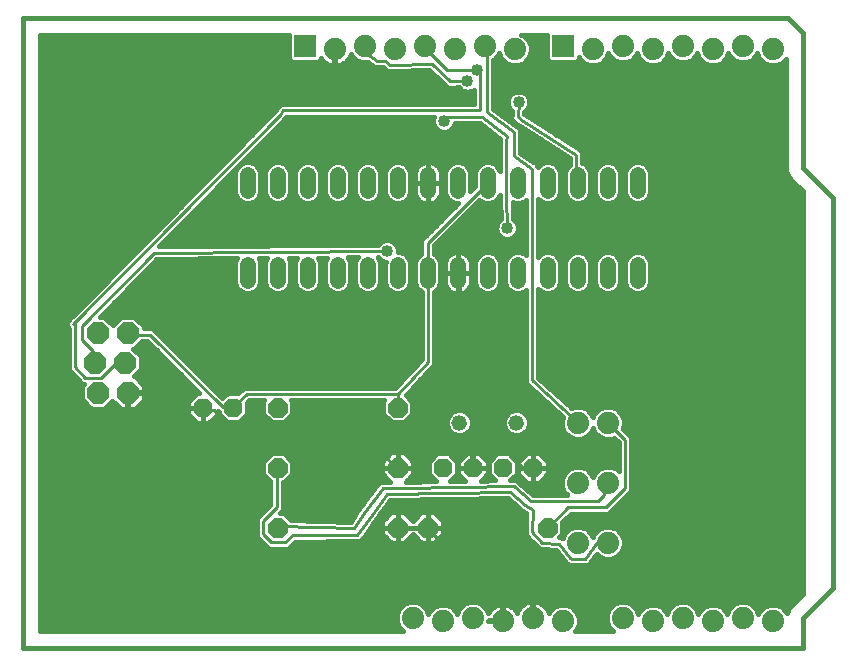
<source format=gbl>
G75*
%MOIN*%
%OFA0B0*%
%FSLAX25Y25*%
%IPPOS*%
%LPD*%
%AMOC8*
5,1,8,0,0,1.08239X$1,22.5*
%
%ADD10C,0.01600*%
%ADD11OC8,0.06300*%
%ADD12C,0.05200*%
%ADD13OC8,0.07400*%
%ADD14C,0.07400*%
%ADD15C,0.05200*%
%ADD16OC8,0.06600*%
%ADD17C,0.00000*%
%ADD18R,0.07400X0.07400*%
%ADD19C,0.01000*%
%ADD20C,0.04000*%
D10*
X0005000Y0005000D02*
X0005000Y0215000D01*
X0260000Y0215000D01*
X0265000Y0210000D01*
X0265000Y0165000D01*
X0275000Y0155000D01*
X0275000Y0025000D01*
X0265000Y0015000D01*
X0265000Y0005000D01*
X0005000Y0005000D01*
X0010600Y0010600D02*
X0010600Y0209400D01*
X0093700Y0209400D01*
X0093700Y0201137D01*
X0094637Y0200200D01*
X0103363Y0200200D01*
X0104300Y0201137D01*
X0104300Y0201612D01*
X0104805Y0200917D01*
X0105417Y0200305D01*
X0106117Y0199796D01*
X0106889Y0199403D01*
X0107712Y0199135D01*
X0108567Y0199000D01*
X0108800Y0199000D01*
X0108800Y0204300D01*
X0109200Y0204300D01*
X0109200Y0199000D01*
X0109433Y0199000D01*
X0110288Y0199135D01*
X0111111Y0199403D01*
X0111883Y0199796D01*
X0112583Y0200305D01*
X0113195Y0200917D01*
X0113704Y0201617D01*
X0115388Y0201617D01*
X0115998Y0201007D02*
X0117946Y0200200D01*
X0120054Y0200200D01*
X0120143Y0200237D01*
X0121746Y0199035D01*
X0122255Y0198525D01*
X0122425Y0198525D01*
X0122561Y0198423D01*
X0123274Y0198525D01*
X0124989Y0198525D01*
X0126175Y0197735D01*
X0126661Y0197263D01*
X0126878Y0197266D01*
X0127059Y0197145D01*
X0127723Y0197278D01*
X0140436Y0197463D01*
X0145432Y0192807D01*
X0145432Y0192806D01*
X0146070Y0192212D01*
X0146705Y0191621D01*
X0146705Y0191620D01*
X0147574Y0191651D01*
X0148443Y0191682D01*
X0148443Y0191682D01*
X0150334Y0191749D01*
X0151186Y0190898D01*
X0152509Y0190350D01*
X0153941Y0190350D01*
X0155264Y0190898D01*
X0155350Y0190984D01*
X0155350Y0186200D01*
X0092598Y0186200D01*
X0092482Y0186290D01*
X0091747Y0186200D01*
X0091005Y0186200D01*
X0090901Y0186096D01*
X0090756Y0186078D01*
X0090299Y0185494D01*
X0089775Y0184970D01*
X0089775Y0184823D01*
X0089045Y0183889D01*
X0021738Y0115725D01*
X0021505Y0115725D01*
X0021346Y0115566D01*
X0021124Y0115523D01*
X0020749Y0114968D01*
X0020275Y0114495D01*
X0020275Y0114269D01*
X0020220Y0114188D01*
X0019745Y0113707D01*
X0019746Y0113488D01*
X0019624Y0113308D01*
X0019751Y0112643D01*
X0019756Y0111967D01*
X0019911Y0111814D01*
X0019952Y0111599D01*
X0020275Y0111380D01*
X0020275Y0098638D01*
X0020245Y0097806D01*
X0020275Y0097774D01*
X0020275Y0097730D01*
X0020863Y0097142D01*
X0023625Y0094174D01*
X0023625Y0094130D01*
X0024213Y0093542D01*
X0024780Y0092933D01*
X0024824Y0092931D01*
X0024855Y0092900D01*
X0025405Y0092900D01*
X0024700Y0092195D01*
X0024700Y0087805D01*
X0027805Y0084700D01*
X0032195Y0084700D01*
X0034859Y0087363D01*
X0037722Y0084500D01*
X0039800Y0084500D01*
X0039800Y0089800D01*
X0040200Y0089800D01*
X0040200Y0090200D01*
X0045500Y0090200D01*
X0045500Y0092278D01*
X0042278Y0095500D01*
X0041995Y0095500D01*
X0044300Y0097805D01*
X0044300Y0102195D01*
X0041795Y0104700D01*
X0042195Y0104700D01*
X0044795Y0107300D01*
X0046430Y0107300D01*
X0063780Y0089950D01*
X0062950Y0089950D01*
X0060050Y0087050D01*
X0060050Y0085000D01*
X0065000Y0085000D01*
X0065000Y0080050D01*
X0067050Y0080050D01*
X0069950Y0082950D01*
X0069950Y0083780D01*
X0070250Y0083480D01*
X0070250Y0083032D01*
X0073032Y0080250D01*
X0076968Y0080250D01*
X0079750Y0083032D01*
X0079750Y0086680D01*
X0080570Y0087500D01*
X0085570Y0087500D01*
X0085100Y0087030D01*
X0085100Y0082970D01*
X0087970Y0080100D01*
X0092030Y0080100D01*
X0094900Y0082970D01*
X0094900Y0087030D01*
X0094430Y0087500D01*
X0125570Y0087500D01*
X0125100Y0087030D01*
X0125100Y0082970D01*
X0127970Y0080100D01*
X0132030Y0080100D01*
X0134900Y0082970D01*
X0134900Y0087030D01*
X0132663Y0089267D01*
X0141613Y0098843D01*
X0142203Y0099437D01*
X0142203Y0099475D01*
X0142228Y0099502D01*
X0142200Y0100339D01*
X0142119Y0123732D01*
X0142379Y0123839D01*
X0143561Y0125021D01*
X0144200Y0126565D01*
X0144200Y0133435D01*
X0143561Y0134979D01*
X0142379Y0136161D01*
X0142100Y0136276D01*
X0142100Y0139130D01*
X0157215Y0154245D01*
X0157621Y0153839D01*
X0159165Y0153200D01*
X0160835Y0153200D01*
X0162379Y0153839D01*
X0163561Y0155021D01*
X0163971Y0156012D01*
X0164000Y0155260D01*
X0163660Y0155260D01*
X0164000Y0155260D02*
X0164000Y0154430D01*
X0164033Y0154397D01*
X0164288Y0147779D01*
X0163448Y0146939D01*
X0162900Y0145616D01*
X0162900Y0144184D01*
X0163448Y0142861D01*
X0164461Y0141848D01*
X0165784Y0141300D01*
X0167216Y0141300D01*
X0168539Y0141848D01*
X0169552Y0142861D01*
X0170100Y0144184D01*
X0170100Y0145616D01*
X0169552Y0146939D01*
X0168539Y0147952D01*
X0168483Y0147975D01*
X0168268Y0153571D01*
X0169165Y0153200D01*
X0170835Y0153200D01*
X0172379Y0153839D01*
X0172650Y0154110D01*
X0172650Y0135890D01*
X0172379Y0136161D01*
X0170835Y0136800D01*
X0169165Y0136800D01*
X0167621Y0136161D01*
X0166439Y0134979D01*
X0165800Y0133435D01*
X0165800Y0126565D01*
X0166439Y0125021D01*
X0167621Y0123839D01*
X0169165Y0123200D01*
X0170835Y0123200D01*
X0172379Y0123839D01*
X0172650Y0124110D01*
X0172650Y0094916D01*
X0172614Y0094876D01*
X0172650Y0094054D01*
X0172650Y0093230D01*
X0172688Y0093192D01*
X0172691Y0093138D01*
X0173298Y0092582D01*
X0173880Y0092000D01*
X0173934Y0092000D01*
X0185028Y0081846D01*
X0184700Y0081054D01*
X0184700Y0078946D01*
X0185507Y0076998D01*
X0186998Y0075507D01*
X0188946Y0074700D01*
X0191054Y0074700D01*
X0193002Y0075507D01*
X0194493Y0076998D01*
X0195000Y0078222D01*
X0195507Y0076998D01*
X0196998Y0075507D01*
X0198946Y0074700D01*
X0201054Y0074700D01*
X0201956Y0075074D01*
X0203600Y0073430D01*
X0203600Y0063895D01*
X0203002Y0064493D01*
X0201054Y0065300D01*
X0198946Y0065300D01*
X0196998Y0064493D01*
X0195507Y0063002D01*
X0195000Y0061778D01*
X0194493Y0063002D01*
X0193002Y0064493D01*
X0191054Y0065300D01*
X0188946Y0065300D01*
X0186998Y0064493D01*
X0185507Y0063002D01*
X0184700Y0061054D01*
X0184700Y0058946D01*
X0185507Y0056998D01*
X0186546Y0055959D01*
X0185879Y0055966D01*
X0185870Y0055975D01*
X0185011Y0055975D01*
X0184152Y0055984D01*
X0184143Y0055975D01*
X0175033Y0055975D01*
X0170181Y0060288D01*
X0169592Y0060861D01*
X0169536Y0060861D01*
X0169495Y0060897D01*
X0168674Y0060849D01*
X0167552Y0060834D01*
X0169750Y0063032D01*
X0169750Y0066968D01*
X0166968Y0069750D01*
X0163032Y0069750D01*
X0160250Y0066968D01*
X0160250Y0063032D01*
X0162516Y0060767D01*
X0157703Y0060702D01*
X0159950Y0062950D01*
X0159950Y0065000D01*
X0159950Y0067050D01*
X0157050Y0069950D01*
X0155000Y0069950D01*
X0155000Y0065000D01*
X0155000Y0065000D01*
X0159950Y0065000D01*
X0155000Y0065000D01*
X0155000Y0065000D01*
X0155000Y0065000D01*
X0150050Y0065000D01*
X0150050Y0067050D01*
X0152950Y0069950D01*
X0155000Y0069950D01*
X0155000Y0065000D01*
X0150050Y0065000D01*
X0150050Y0062950D01*
X0152368Y0060631D01*
X0147281Y0060563D01*
X0149750Y0063032D01*
X0149750Y0066968D01*
X0146968Y0069750D01*
X0143032Y0069750D01*
X0140250Y0066968D01*
X0140250Y0063032D01*
X0142780Y0060503D01*
X0132579Y0060367D01*
X0135100Y0062888D01*
X0135100Y0065000D01*
X0135100Y0067112D01*
X0132112Y0070100D01*
X0130000Y0070100D01*
X0130000Y0065000D01*
X0130000Y0065000D01*
X0135100Y0065000D01*
X0130000Y0065000D01*
X0130000Y0065000D01*
X0130000Y0065000D01*
X0124900Y0065000D01*
X0124900Y0067112D01*
X0127888Y0070100D01*
X0130000Y0070100D01*
X0130000Y0065000D01*
X0124900Y0065000D01*
X0124900Y0062888D01*
X0127438Y0060350D01*
X0125706Y0060350D01*
X0125575Y0060449D01*
X0124856Y0060350D01*
X0124130Y0060350D01*
X0124014Y0060234D01*
X0123851Y0060211D01*
X0123413Y0059633D01*
X0122900Y0059120D01*
X0122900Y0058956D01*
X0117543Y0051885D01*
X0117449Y0051864D01*
X0117026Y0051201D01*
X0116551Y0050575D01*
X0116564Y0050479D01*
X0114343Y0047004D01*
X0094427Y0047502D01*
X0092030Y0049900D01*
X0090670Y0049900D01*
X0091700Y0050930D01*
X0091700Y0060100D01*
X0092030Y0060100D01*
X0094900Y0062970D01*
X0094900Y0067030D01*
X0092030Y0069900D01*
X0087970Y0069900D01*
X0085100Y0067030D01*
X0085100Y0062970D01*
X0087500Y0060570D01*
X0087500Y0052670D01*
X0084230Y0049400D01*
X0083000Y0048170D01*
X0083000Y0041930D01*
X0085700Y0039230D01*
X0086930Y0038000D01*
X0092479Y0038000D01*
X0093327Y0037983D01*
X0093345Y0038000D01*
X0093370Y0038000D01*
X0093970Y0038600D01*
X0095849Y0040404D01*
X0115869Y0040497D01*
X0116037Y0040380D01*
X0116716Y0040501D01*
X0117405Y0040504D01*
X0117549Y0040649D01*
X0117750Y0040685D01*
X0118144Y0041250D01*
X0118629Y0041740D01*
X0118628Y0041944D01*
X0122966Y0048164D01*
X0127340Y0054288D01*
X0166739Y0054766D01*
X0170538Y0051537D01*
X0170550Y0051458D01*
X0171193Y0050980D01*
X0171803Y0050462D01*
X0171882Y0050468D01*
X0172877Y0049729D01*
X0172639Y0044363D01*
X0172603Y0044327D01*
X0172600Y0043501D01*
X0172563Y0042674D01*
X0172597Y0042638D01*
X0172597Y0042588D01*
X0173180Y0042001D01*
X0173738Y0041391D01*
X0173787Y0041389D01*
X0176598Y0038557D01*
X0177145Y0037949D01*
X0177205Y0037946D01*
X0177248Y0037903D01*
X0178065Y0037900D01*
X0182697Y0037653D01*
X0185637Y0033968D01*
X0185807Y0033483D01*
X0186158Y0033315D01*
X0186401Y0033010D01*
X0186901Y0032954D01*
X0187255Y0032600D01*
X0187647Y0032600D01*
X0188000Y0032430D01*
X0188483Y0032600D01*
X0191676Y0032600D01*
X0191791Y0032510D01*
X0192528Y0032600D01*
X0193270Y0032600D01*
X0193373Y0032703D01*
X0193518Y0032721D01*
X0193975Y0033305D01*
X0194500Y0033830D01*
X0194500Y0033976D01*
X0196269Y0036236D01*
X0196998Y0035507D01*
X0198946Y0034700D01*
X0201054Y0034700D01*
X0203002Y0035507D01*
X0204493Y0036998D01*
X0205300Y0038946D01*
X0205300Y0041054D01*
X0204493Y0043002D01*
X0203002Y0044493D01*
X0201054Y0045300D01*
X0198946Y0045300D01*
X0196998Y0044493D01*
X0195507Y0043002D01*
X0195000Y0041778D01*
X0194493Y0043002D01*
X0193002Y0044493D01*
X0191054Y0045300D01*
X0188946Y0045300D01*
X0186998Y0044493D01*
X0185507Y0043002D01*
X0184924Y0041595D01*
X0184849Y0041690D01*
X0184778Y0041698D01*
X0184730Y0041751D01*
X0183923Y0041794D01*
X0183744Y0041814D01*
X0184900Y0042970D01*
X0184900Y0046930D01*
X0187620Y0049650D01*
X0200220Y0049650D01*
X0206570Y0056000D01*
X0207800Y0057230D01*
X0207800Y0075170D01*
X0204926Y0078044D01*
X0205300Y0078946D01*
X0205300Y0081054D01*
X0204493Y0083002D01*
X0203002Y0084493D01*
X0201054Y0085300D01*
X0198946Y0085300D01*
X0196998Y0084493D01*
X0195507Y0083002D01*
X0195000Y0081778D01*
X0194493Y0083002D01*
X0193002Y0084493D01*
X0191054Y0085300D01*
X0188946Y0085300D01*
X0187933Y0084881D01*
X0176850Y0095025D01*
X0176850Y0124610D01*
X0177621Y0123839D01*
X0179165Y0123200D01*
X0180835Y0123200D01*
X0182379Y0123839D01*
X0183561Y0125021D01*
X0184200Y0126565D01*
X0184200Y0133435D01*
X0183561Y0134979D01*
X0182379Y0136161D01*
X0180835Y0136800D01*
X0179165Y0136800D01*
X0177621Y0136161D01*
X0176850Y0135390D01*
X0176850Y0154610D01*
X0177621Y0153839D01*
X0179165Y0153200D01*
X0180835Y0153200D01*
X0182379Y0153839D01*
X0183561Y0155021D01*
X0184200Y0156565D01*
X0184200Y0163435D01*
X0183561Y0164979D01*
X0182379Y0166161D01*
X0180835Y0166800D01*
X0179165Y0166800D01*
X0177621Y0166161D01*
X0176778Y0165317D01*
X0176418Y0165677D01*
X0176363Y0165769D01*
X0176264Y0166265D01*
X0175933Y0166485D01*
X0175728Y0166826D01*
X0175237Y0166949D01*
X0170850Y0169874D01*
X0170850Y0176166D01*
X0170947Y0176293D01*
X0170850Y0177016D01*
X0170850Y0177745D01*
X0170736Y0177858D01*
X0170715Y0178017D01*
X0170135Y0178459D01*
X0169620Y0178975D01*
X0169459Y0178975D01*
X0161900Y0184740D01*
X0161900Y0200965D01*
X0162002Y0201007D01*
X0163493Y0202498D01*
X0163793Y0203222D01*
X0164507Y0201498D01*
X0165998Y0200007D01*
X0167946Y0199200D01*
X0170054Y0199200D01*
X0172002Y0200007D01*
X0173493Y0201498D01*
X0174300Y0203446D01*
X0174300Y0205554D01*
X0173493Y0207502D01*
X0172002Y0208993D01*
X0171020Y0209400D01*
X0179700Y0209400D01*
X0179700Y0201137D01*
X0180637Y0200200D01*
X0189363Y0200200D01*
X0190300Y0201137D01*
X0190300Y0201997D01*
X0190507Y0201498D01*
X0191998Y0200007D01*
X0193946Y0199200D01*
X0196054Y0199200D01*
X0198002Y0200007D01*
X0199493Y0201498D01*
X0200207Y0203222D01*
X0200507Y0202498D01*
X0201998Y0201007D01*
X0203946Y0200200D01*
X0206054Y0200200D01*
X0208002Y0201007D01*
X0209493Y0202498D01*
X0209793Y0203222D01*
X0210507Y0201498D01*
X0211998Y0200007D01*
X0213946Y0199200D01*
X0216054Y0199200D01*
X0218002Y0200007D01*
X0219493Y0201498D01*
X0220207Y0203222D01*
X0220507Y0202498D01*
X0221998Y0201007D01*
X0223946Y0200200D01*
X0226054Y0200200D01*
X0228002Y0201007D01*
X0229493Y0202498D01*
X0229793Y0203222D01*
X0230507Y0201498D01*
X0231998Y0200007D01*
X0233946Y0199200D01*
X0236054Y0199200D01*
X0238002Y0200007D01*
X0239493Y0201498D01*
X0240207Y0203222D01*
X0240507Y0202498D01*
X0241998Y0201007D01*
X0243946Y0200200D01*
X0246054Y0200200D01*
X0248002Y0201007D01*
X0249493Y0202498D01*
X0249793Y0203222D01*
X0250507Y0201498D01*
X0251998Y0200007D01*
X0253946Y0199200D01*
X0256054Y0199200D01*
X0258002Y0200007D01*
X0259400Y0201405D01*
X0259400Y0163886D01*
X0260253Y0161828D01*
X0261828Y0160253D01*
X0265000Y0157080D01*
X0265000Y0022920D01*
X0260253Y0018172D01*
X0259631Y0016670D01*
X0259493Y0017002D01*
X0258002Y0018493D01*
X0256054Y0019300D01*
X0253946Y0019300D01*
X0251998Y0018493D01*
X0250507Y0017002D01*
X0250207Y0016278D01*
X0249493Y0018002D01*
X0248002Y0019493D01*
X0246054Y0020300D01*
X0243946Y0020300D01*
X0241998Y0019493D01*
X0240507Y0018002D01*
X0239793Y0016278D01*
X0239493Y0017002D01*
X0238002Y0018493D01*
X0236054Y0019300D01*
X0233946Y0019300D01*
X0231998Y0018493D01*
X0230507Y0017002D01*
X0230207Y0016278D01*
X0229493Y0018002D01*
X0228002Y0019493D01*
X0226054Y0020300D01*
X0223946Y0020300D01*
X0221998Y0019493D01*
X0220507Y0018002D01*
X0219793Y0016278D01*
X0219493Y0017002D01*
X0218002Y0018493D01*
X0216054Y0019300D01*
X0213946Y0019300D01*
X0211998Y0018493D01*
X0210507Y0017002D01*
X0210207Y0016278D01*
X0209493Y0018002D01*
X0208002Y0019493D01*
X0206054Y0020300D01*
X0203946Y0020300D01*
X0201998Y0019493D01*
X0200507Y0018002D01*
X0199700Y0016054D01*
X0199700Y0013946D01*
X0200507Y0011998D01*
X0201905Y0010600D01*
X0189095Y0010600D01*
X0189493Y0010998D01*
X0190300Y0012946D01*
X0190300Y0015054D01*
X0189493Y0017002D01*
X0188002Y0018493D01*
X0186054Y0019300D01*
X0183946Y0019300D01*
X0181998Y0018493D01*
X0180507Y0017002D01*
X0180297Y0016496D01*
X0180097Y0017111D01*
X0179704Y0017883D01*
X0179195Y0018583D01*
X0178583Y0019195D01*
X0177883Y0019704D01*
X0177111Y0020097D01*
X0176288Y0020365D01*
X0175433Y0020500D01*
X0175200Y0020500D01*
X0175200Y0015200D01*
X0174800Y0015200D01*
X0174800Y0020500D01*
X0174567Y0020500D01*
X0173712Y0020365D01*
X0172889Y0020097D01*
X0172117Y0019704D01*
X0171417Y0019195D01*
X0170805Y0018583D01*
X0170296Y0017883D01*
X0169903Y0017111D01*
X0169780Y0016733D01*
X0169704Y0016883D01*
X0169195Y0017583D01*
X0168583Y0018195D01*
X0167883Y0018704D01*
X0167111Y0019097D01*
X0166288Y0019365D01*
X0165433Y0019500D01*
X0165200Y0019500D01*
X0165200Y0014200D01*
X0164800Y0014200D01*
X0164800Y0019500D01*
X0164567Y0019500D01*
X0163712Y0019365D01*
X0162889Y0019097D01*
X0162117Y0018704D01*
X0161417Y0018195D01*
X0160805Y0017583D01*
X0160296Y0016883D01*
X0160109Y0016515D01*
X0159493Y0018002D01*
X0158002Y0019493D01*
X0156054Y0020300D01*
X0153946Y0020300D01*
X0151998Y0019493D01*
X0150507Y0018002D01*
X0149793Y0016278D01*
X0149493Y0017002D01*
X0148002Y0018493D01*
X0146054Y0019300D01*
X0143946Y0019300D01*
X0141998Y0018493D01*
X0140507Y0017002D01*
X0140207Y0016278D01*
X0139493Y0018002D01*
X0138002Y0019493D01*
X0136054Y0020300D01*
X0133946Y0020300D01*
X0131998Y0019493D01*
X0130507Y0018002D01*
X0129700Y0016054D01*
X0129700Y0013946D01*
X0130507Y0011998D01*
X0131905Y0010600D01*
X0010600Y0010600D01*
X0010600Y0011394D02*
X0131111Y0011394D01*
X0130095Y0012993D02*
X0010600Y0012993D01*
X0010600Y0014591D02*
X0129700Y0014591D01*
X0129756Y0016190D02*
X0010600Y0016190D01*
X0010600Y0017788D02*
X0130418Y0017788D01*
X0131891Y0019387D02*
X0010600Y0019387D01*
X0010600Y0020985D02*
X0263066Y0020985D01*
X0264664Y0022584D02*
X0010600Y0022584D01*
X0010600Y0024182D02*
X0265000Y0024182D01*
X0265000Y0025781D02*
X0010600Y0025781D01*
X0010600Y0027379D02*
X0265000Y0027379D01*
X0265000Y0028978D02*
X0010600Y0028978D01*
X0010600Y0030576D02*
X0265000Y0030576D01*
X0265000Y0032175D02*
X0010600Y0032175D01*
X0010600Y0033773D02*
X0185705Y0033773D01*
X0184517Y0035372D02*
X0010600Y0035372D01*
X0010600Y0036970D02*
X0183241Y0036970D01*
X0184448Y0041766D02*
X0184995Y0041766D01*
X0184900Y0043364D02*
X0185869Y0043364D01*
X0184900Y0044963D02*
X0188132Y0044963D01*
X0184900Y0046561D02*
X0265000Y0046561D01*
X0265000Y0044963D02*
X0201868Y0044963D01*
X0204131Y0043364D02*
X0265000Y0043364D01*
X0265000Y0041766D02*
X0205005Y0041766D01*
X0205300Y0040167D02*
X0265000Y0040167D01*
X0265000Y0038569D02*
X0205144Y0038569D01*
X0204466Y0036970D02*
X0265000Y0036970D01*
X0265000Y0035372D02*
X0202676Y0035372D01*
X0197324Y0035372D02*
X0195592Y0035372D01*
X0194443Y0033773D02*
X0265000Y0033773D01*
X0265000Y0048160D02*
X0186130Y0048160D01*
X0191868Y0044963D02*
X0198132Y0044963D01*
X0195869Y0043364D02*
X0194131Y0043364D01*
X0200328Y0049758D02*
X0265000Y0049758D01*
X0265000Y0051357D02*
X0201927Y0051357D01*
X0203525Y0052955D02*
X0265000Y0052955D01*
X0265000Y0054554D02*
X0205124Y0054554D01*
X0206722Y0056152D02*
X0265000Y0056152D01*
X0265000Y0057751D02*
X0207800Y0057751D01*
X0207800Y0059349D02*
X0265000Y0059349D01*
X0265000Y0060948D02*
X0207800Y0060948D01*
X0207800Y0062546D02*
X0265000Y0062546D01*
X0265000Y0064145D02*
X0207800Y0064145D01*
X0207800Y0065743D02*
X0265000Y0065743D01*
X0265000Y0067342D02*
X0207800Y0067342D01*
X0207800Y0068940D02*
X0265000Y0068940D01*
X0265000Y0070539D02*
X0207800Y0070539D01*
X0207800Y0072137D02*
X0265000Y0072137D01*
X0265000Y0073736D02*
X0207800Y0073736D01*
X0207635Y0075334D02*
X0265000Y0075334D01*
X0265000Y0076933D02*
X0206037Y0076933D01*
X0205128Y0078532D02*
X0265000Y0078532D01*
X0265000Y0080130D02*
X0205300Y0080130D01*
X0205021Y0081729D02*
X0265000Y0081729D01*
X0265000Y0083327D02*
X0204168Y0083327D01*
X0201958Y0084926D02*
X0265000Y0084926D01*
X0265000Y0086524D02*
X0186138Y0086524D01*
X0187884Y0084926D02*
X0188042Y0084926D01*
X0184979Y0081729D02*
X0173330Y0081729D01*
X0173061Y0082379D02*
X0171879Y0083561D01*
X0170335Y0084200D01*
X0168665Y0084200D01*
X0167121Y0083561D01*
X0165939Y0082379D01*
X0165300Y0080835D01*
X0165300Y0079165D01*
X0165939Y0077621D01*
X0167121Y0076439D01*
X0168665Y0075800D01*
X0170335Y0075800D01*
X0171879Y0076439D01*
X0173061Y0077621D01*
X0173700Y0079165D01*
X0173700Y0080835D01*
X0173061Y0082379D01*
X0172113Y0083327D02*
X0183410Y0083327D01*
X0181664Y0084926D02*
X0134900Y0084926D01*
X0134900Y0086524D02*
X0179917Y0086524D01*
X0178170Y0088123D02*
X0133807Y0088123D01*
X0133088Y0089721D02*
X0176424Y0089721D01*
X0174677Y0091320D02*
X0134581Y0091320D01*
X0136075Y0092918D02*
X0172931Y0092918D01*
X0172630Y0094517D02*
X0137569Y0094517D01*
X0139063Y0096115D02*
X0172650Y0096115D01*
X0172650Y0097714D02*
X0140557Y0097714D01*
X0142079Y0099312D02*
X0172650Y0099312D01*
X0172650Y0100911D02*
X0142198Y0100911D01*
X0142192Y0102509D02*
X0172650Y0102509D01*
X0172650Y0104108D02*
X0142187Y0104108D01*
X0142181Y0105706D02*
X0172650Y0105706D01*
X0172650Y0107305D02*
X0142176Y0107305D01*
X0142170Y0108903D02*
X0172650Y0108903D01*
X0172650Y0110502D02*
X0142165Y0110502D01*
X0142159Y0112100D02*
X0172650Y0112100D01*
X0172650Y0113699D02*
X0142154Y0113699D01*
X0142148Y0115297D02*
X0172650Y0115297D01*
X0172650Y0116896D02*
X0142143Y0116896D01*
X0142137Y0118494D02*
X0172650Y0118494D01*
X0172650Y0120093D02*
X0142132Y0120093D01*
X0142126Y0121691D02*
X0172650Y0121691D01*
X0172650Y0123290D02*
X0171052Y0123290D01*
X0168948Y0123290D02*
X0161052Y0123290D01*
X0160835Y0123200D02*
X0162379Y0123839D01*
X0163561Y0125021D01*
X0164200Y0126565D01*
X0164200Y0133435D01*
X0163561Y0134979D01*
X0162379Y0136161D01*
X0160835Y0136800D01*
X0159165Y0136800D01*
X0157621Y0136161D01*
X0156439Y0134979D01*
X0155800Y0133435D01*
X0155800Y0126565D01*
X0156439Y0125021D01*
X0157621Y0123839D01*
X0159165Y0123200D01*
X0160835Y0123200D01*
X0158948Y0123290D02*
X0151589Y0123290D01*
X0151689Y0123322D02*
X0152306Y0123637D01*
X0152866Y0124044D01*
X0153356Y0124534D01*
X0153763Y0125094D01*
X0154078Y0125711D01*
X0154292Y0126370D01*
X0154400Y0127054D01*
X0154400Y0130000D01*
X0154400Y0132946D01*
X0154292Y0133630D01*
X0154078Y0134289D01*
X0153763Y0134906D01*
X0153356Y0135466D01*
X0152866Y0135956D01*
X0152306Y0136363D01*
X0151689Y0136678D01*
X0151030Y0136892D01*
X0150346Y0137000D01*
X0150000Y0137000D01*
X0150000Y0130000D01*
X0154400Y0130000D01*
X0150000Y0130000D01*
X0150000Y0130000D01*
X0150000Y0130000D01*
X0150000Y0123000D01*
X0150346Y0123000D01*
X0151030Y0123108D01*
X0151689Y0123322D01*
X0150000Y0123290D02*
X0150000Y0123290D01*
X0150000Y0123000D02*
X0150000Y0130000D01*
X0150000Y0130000D01*
X0150000Y0130000D01*
X0145600Y0130000D01*
X0145600Y0132946D01*
X0145708Y0133630D01*
X0145922Y0134289D01*
X0146237Y0134906D01*
X0146644Y0135466D01*
X0147134Y0135956D01*
X0147694Y0136363D01*
X0148311Y0136678D01*
X0148970Y0136892D01*
X0149654Y0137000D01*
X0150000Y0137000D01*
X0150000Y0130000D01*
X0145600Y0130000D01*
X0145600Y0127054D01*
X0145708Y0126370D01*
X0145922Y0125711D01*
X0146237Y0125094D01*
X0146644Y0124534D01*
X0147134Y0124044D01*
X0147694Y0123637D01*
X0148311Y0123322D01*
X0148970Y0123108D01*
X0149654Y0123000D01*
X0150000Y0123000D01*
X0148411Y0123290D02*
X0142120Y0123290D01*
X0143428Y0124888D02*
X0146386Y0124888D01*
X0145690Y0126487D02*
X0144168Y0126487D01*
X0144200Y0128085D02*
X0145600Y0128085D01*
X0145600Y0129684D02*
X0144200Y0129684D01*
X0144200Y0131282D02*
X0145600Y0131282D01*
X0145600Y0132881D02*
X0144200Y0132881D01*
X0143768Y0134479D02*
X0146019Y0134479D01*
X0147301Y0136078D02*
X0142462Y0136078D01*
X0142100Y0137676D02*
X0172650Y0137676D01*
X0172650Y0136078D02*
X0172462Y0136078D01*
X0172650Y0139275D02*
X0142245Y0139275D01*
X0143843Y0140873D02*
X0172650Y0140873D01*
X0172650Y0142472D02*
X0169163Y0142472D01*
X0170053Y0144070D02*
X0172650Y0144070D01*
X0172650Y0145669D02*
X0170078Y0145669D01*
X0169224Y0147268D02*
X0172650Y0147268D01*
X0172650Y0148866D02*
X0168449Y0148866D01*
X0168388Y0150465D02*
X0172650Y0150465D01*
X0172650Y0152063D02*
X0168326Y0152063D01*
X0164123Y0152063D02*
X0155033Y0152063D01*
X0156631Y0153662D02*
X0158050Y0153662D01*
X0161950Y0153662D02*
X0164061Y0153662D01*
X0164184Y0150465D02*
X0153434Y0150465D01*
X0151836Y0148866D02*
X0164246Y0148866D01*
X0163776Y0147268D02*
X0150237Y0147268D01*
X0148639Y0145669D02*
X0162922Y0145669D01*
X0162947Y0144070D02*
X0147040Y0144070D01*
X0145442Y0142472D02*
X0163837Y0142472D01*
X0162462Y0136078D02*
X0167538Y0136078D01*
X0166232Y0134479D02*
X0163768Y0134479D01*
X0164200Y0132881D02*
X0165800Y0132881D01*
X0165800Y0131282D02*
X0164200Y0131282D01*
X0164200Y0129684D02*
X0165800Y0129684D01*
X0165800Y0128085D02*
X0164200Y0128085D01*
X0164168Y0126487D02*
X0165832Y0126487D01*
X0166572Y0124888D02*
X0163428Y0124888D01*
X0156572Y0124888D02*
X0153614Y0124888D01*
X0154310Y0126487D02*
X0155832Y0126487D01*
X0155800Y0128085D02*
X0154400Y0128085D01*
X0154400Y0129684D02*
X0155800Y0129684D01*
X0155800Y0131282D02*
X0154400Y0131282D01*
X0154400Y0132881D02*
X0155800Y0132881D01*
X0156232Y0134479D02*
X0153981Y0134479D01*
X0152699Y0136078D02*
X0157538Y0136078D01*
X0150000Y0136078D02*
X0150000Y0136078D01*
X0150000Y0134479D02*
X0150000Y0134479D01*
X0150000Y0132881D02*
X0150000Y0132881D01*
X0150000Y0131282D02*
X0150000Y0131282D01*
X0150000Y0129684D02*
X0150000Y0129684D01*
X0150000Y0128085D02*
X0150000Y0128085D01*
X0150000Y0126487D02*
X0150000Y0126487D01*
X0150000Y0124888D02*
X0150000Y0124888D01*
X0137919Y0123716D02*
X0137997Y0101125D01*
X0129188Y0091700D01*
X0078830Y0091700D01*
X0076880Y0089750D01*
X0073032Y0089750D01*
X0071476Y0088194D01*
X0049400Y0110270D01*
X0048170Y0111500D01*
X0045300Y0111500D01*
X0045300Y0112195D01*
X0042195Y0115300D01*
X0037805Y0115300D01*
X0035000Y0112495D01*
X0032195Y0115300D01*
X0030851Y0115300D01*
X0049643Y0134582D01*
X0076364Y0134797D01*
X0075800Y0133435D01*
X0075800Y0126565D01*
X0076439Y0125021D01*
X0077621Y0123839D01*
X0079165Y0123200D01*
X0080835Y0123200D01*
X0082379Y0123839D01*
X0083561Y0125021D01*
X0084200Y0126565D01*
X0084200Y0133435D01*
X0083612Y0134855D01*
X0086397Y0134878D01*
X0085800Y0133435D01*
X0085800Y0126565D01*
X0086439Y0125021D01*
X0087621Y0123839D01*
X0089165Y0123200D01*
X0090835Y0123200D01*
X0092379Y0123839D01*
X0093561Y0125021D01*
X0094200Y0126565D01*
X0094200Y0133435D01*
X0093579Y0134935D01*
X0096431Y0134958D01*
X0095800Y0133435D01*
X0095800Y0126565D01*
X0096439Y0125021D01*
X0097621Y0123839D01*
X0099165Y0123200D01*
X0100835Y0123200D01*
X0102379Y0123839D01*
X0103561Y0125021D01*
X0104200Y0126565D01*
X0104200Y0133435D01*
X0103561Y0134979D01*
X0103524Y0135015D01*
X0106499Y0135039D01*
X0106439Y0134979D01*
X0105800Y0133435D01*
X0105800Y0126565D01*
X0106439Y0125021D01*
X0107621Y0123839D01*
X0109165Y0123200D01*
X0110835Y0123200D01*
X0112379Y0123839D01*
X0113561Y0125021D01*
X0114200Y0126565D01*
X0114200Y0133435D01*
X0113561Y0134979D01*
X0113445Y0135095D01*
X0116581Y0135120D01*
X0116439Y0134979D01*
X0115800Y0133435D01*
X0115800Y0126565D01*
X0116439Y0125021D01*
X0117621Y0123839D01*
X0119165Y0123200D01*
X0120835Y0123200D01*
X0122379Y0123839D01*
X0123561Y0125021D01*
X0124200Y0126565D01*
X0124200Y0133435D01*
X0123561Y0134979D01*
X0123365Y0135175D01*
X0123533Y0135176D01*
X0124461Y0134248D01*
X0125784Y0133700D01*
X0125910Y0133700D01*
X0125800Y0133435D01*
X0125800Y0126565D01*
X0126439Y0125021D01*
X0127621Y0123839D01*
X0129165Y0123200D01*
X0130835Y0123200D01*
X0132379Y0123839D01*
X0133561Y0125021D01*
X0134200Y0126565D01*
X0134200Y0133435D01*
X0133561Y0134979D01*
X0132379Y0136161D01*
X0130835Y0136800D01*
X0130100Y0136800D01*
X0130100Y0138016D01*
X0129552Y0139339D01*
X0128539Y0140352D01*
X0127216Y0140900D01*
X0125784Y0140900D01*
X0124461Y0140352D01*
X0123485Y0139376D01*
X0050414Y0138788D01*
X0091606Y0180505D01*
X0091744Y0180522D01*
X0092205Y0181111D01*
X0092730Y0181643D01*
X0092730Y0181783D01*
X0092899Y0182000D01*
X0142125Y0182000D01*
X0141800Y0181216D01*
X0141800Y0179784D01*
X0142348Y0178461D01*
X0143361Y0177448D01*
X0144684Y0176900D01*
X0146116Y0176900D01*
X0147439Y0177448D01*
X0148452Y0178461D01*
X0148996Y0179775D01*
X0157411Y0179775D01*
X0164049Y0174669D01*
X0164000Y0174620D01*
X0164000Y0173834D01*
X0163937Y0173050D01*
X0164000Y0172977D01*
X0164000Y0163918D01*
X0163561Y0164979D01*
X0162379Y0166161D01*
X0160835Y0166800D01*
X0159165Y0166800D01*
X0157621Y0166161D01*
X0156439Y0164979D01*
X0155800Y0163435D01*
X0155800Y0158770D01*
X0154200Y0157170D01*
X0154200Y0163435D01*
X0153561Y0164979D01*
X0152379Y0166161D01*
X0150835Y0166800D01*
X0149165Y0166800D01*
X0147621Y0166161D01*
X0146439Y0164979D01*
X0145800Y0163435D01*
X0145800Y0156565D01*
X0146439Y0155021D01*
X0147621Y0153839D01*
X0149165Y0153200D01*
X0150230Y0153200D01*
X0137900Y0140870D01*
X0137900Y0136276D01*
X0137621Y0136161D01*
X0136439Y0134979D01*
X0135800Y0133435D01*
X0135800Y0126565D01*
X0136439Y0125021D01*
X0137621Y0123839D01*
X0137919Y0123716D01*
X0137920Y0123290D02*
X0131052Y0123290D01*
X0128948Y0123290D02*
X0121052Y0123290D01*
X0118948Y0123290D02*
X0111052Y0123290D01*
X0108948Y0123290D02*
X0101052Y0123290D01*
X0098948Y0123290D02*
X0091052Y0123290D01*
X0088948Y0123290D02*
X0081052Y0123290D01*
X0078948Y0123290D02*
X0038638Y0123290D01*
X0040195Y0124888D02*
X0076572Y0124888D01*
X0075832Y0126487D02*
X0041753Y0126487D01*
X0043311Y0128085D02*
X0075800Y0128085D01*
X0075800Y0129684D02*
X0044869Y0129684D01*
X0046427Y0131282D02*
X0075800Y0131282D01*
X0075800Y0132881D02*
X0047985Y0132881D01*
X0049543Y0134479D02*
X0076232Y0134479D01*
X0083768Y0134479D02*
X0086232Y0134479D01*
X0085800Y0132881D02*
X0084200Y0132881D01*
X0084200Y0131282D02*
X0085800Y0131282D01*
X0085800Y0129684D02*
X0084200Y0129684D01*
X0084200Y0128085D02*
X0085800Y0128085D01*
X0085832Y0126487D02*
X0084168Y0126487D01*
X0083428Y0124888D02*
X0086572Y0124888D01*
X0093428Y0124888D02*
X0096572Y0124888D01*
X0095832Y0126487D02*
X0094168Y0126487D01*
X0094200Y0128085D02*
X0095800Y0128085D01*
X0095800Y0129684D02*
X0094200Y0129684D01*
X0094200Y0131282D02*
X0095800Y0131282D01*
X0095800Y0132881D02*
X0094200Y0132881D01*
X0093768Y0134479D02*
X0096232Y0134479D01*
X0103768Y0134479D02*
X0106232Y0134479D01*
X0105800Y0132881D02*
X0104200Y0132881D01*
X0104200Y0131282D02*
X0105800Y0131282D01*
X0105800Y0129684D02*
X0104200Y0129684D01*
X0104200Y0128085D02*
X0105800Y0128085D01*
X0105832Y0126487D02*
X0104168Y0126487D01*
X0103428Y0124888D02*
X0106572Y0124888D01*
X0113428Y0124888D02*
X0116572Y0124888D01*
X0115832Y0126487D02*
X0114168Y0126487D01*
X0114200Y0128085D02*
X0115800Y0128085D01*
X0115800Y0129684D02*
X0114200Y0129684D01*
X0114200Y0131282D02*
X0115800Y0131282D01*
X0115800Y0132881D02*
X0114200Y0132881D01*
X0113768Y0134479D02*
X0116232Y0134479D01*
X0110938Y0139275D02*
X0050894Y0139275D01*
X0052473Y0140873D02*
X0125720Y0140873D01*
X0127280Y0140873D02*
X0137904Y0140873D01*
X0137900Y0139275D02*
X0129579Y0139275D01*
X0130100Y0137676D02*
X0137900Y0137676D01*
X0137538Y0136078D02*
X0132462Y0136078D01*
X0133768Y0134479D02*
X0136232Y0134479D01*
X0135800Y0132881D02*
X0134200Y0132881D01*
X0134200Y0131282D02*
X0135800Y0131282D01*
X0135800Y0129684D02*
X0134200Y0129684D01*
X0134200Y0128085D02*
X0135800Y0128085D01*
X0135832Y0126487D02*
X0134168Y0126487D01*
X0133428Y0124888D02*
X0136572Y0124888D01*
X0137926Y0121691D02*
X0037080Y0121691D01*
X0035522Y0120093D02*
X0137931Y0120093D01*
X0137937Y0118494D02*
X0033964Y0118494D01*
X0032406Y0116896D02*
X0137943Y0116896D01*
X0137948Y0115297D02*
X0042198Y0115297D01*
X0043797Y0113699D02*
X0137954Y0113699D01*
X0137959Y0112100D02*
X0045300Y0112100D01*
X0049168Y0110502D02*
X0137965Y0110502D01*
X0137970Y0108903D02*
X0050767Y0108903D01*
X0049400Y0110270D02*
X0049400Y0110270D01*
X0052365Y0107305D02*
X0137976Y0107305D01*
X0137981Y0105706D02*
X0053964Y0105706D01*
X0055562Y0104108D02*
X0137987Y0104108D01*
X0137992Y0102509D02*
X0057161Y0102509D01*
X0058759Y0100911D02*
X0137796Y0100911D01*
X0136302Y0099312D02*
X0060358Y0099312D01*
X0061956Y0097714D02*
X0134809Y0097714D01*
X0133315Y0096115D02*
X0063555Y0096115D01*
X0065153Y0094517D02*
X0131821Y0094517D01*
X0130327Y0092918D02*
X0066752Y0092918D01*
X0068350Y0091320D02*
X0078450Y0091320D01*
X0079750Y0086524D02*
X0085100Y0086524D01*
X0085100Y0084926D02*
X0079750Y0084926D01*
X0079750Y0083327D02*
X0085100Y0083327D01*
X0086342Y0081729D02*
X0078446Y0081729D01*
X0071554Y0081729D02*
X0068729Y0081729D01*
X0069950Y0083327D02*
X0070250Y0083327D01*
X0067130Y0080130D02*
X0087940Y0080130D01*
X0092060Y0080130D02*
X0127940Y0080130D01*
X0126342Y0081729D02*
X0093658Y0081729D01*
X0094900Y0083327D02*
X0125100Y0083327D01*
X0125100Y0084926D02*
X0094900Y0084926D01*
X0094900Y0086524D02*
X0125100Y0086524D01*
X0132060Y0080130D02*
X0146300Y0080130D01*
X0146300Y0080835D02*
X0146300Y0079165D01*
X0146939Y0077621D01*
X0148121Y0076439D01*
X0149665Y0075800D01*
X0151335Y0075800D01*
X0152879Y0076439D01*
X0154061Y0077621D01*
X0154700Y0079165D01*
X0154700Y0080835D01*
X0154061Y0082379D01*
X0152879Y0083561D01*
X0151335Y0084200D01*
X0149665Y0084200D01*
X0148121Y0083561D01*
X0146939Y0082379D01*
X0146300Y0080835D01*
X0146670Y0081729D02*
X0133658Y0081729D01*
X0134900Y0083327D02*
X0147887Y0083327D01*
X0146562Y0078532D02*
X0010600Y0078532D01*
X0010600Y0080130D02*
X0062870Y0080130D01*
X0062950Y0080050D02*
X0065000Y0080050D01*
X0065000Y0085000D01*
X0065000Y0085000D01*
X0065000Y0085000D01*
X0060050Y0085000D01*
X0060050Y0082950D01*
X0062950Y0080050D01*
X0065000Y0080130D02*
X0065000Y0080130D01*
X0065000Y0081729D02*
X0065000Y0081729D01*
X0065000Y0083327D02*
X0065000Y0083327D01*
X0065000Y0084926D02*
X0065000Y0084926D01*
X0061271Y0081729D02*
X0010600Y0081729D01*
X0010600Y0083327D02*
X0060050Y0083327D01*
X0060050Y0084926D02*
X0042704Y0084926D01*
X0042278Y0084500D02*
X0045500Y0087722D01*
X0045500Y0089800D01*
X0040200Y0089800D01*
X0040200Y0084500D01*
X0042278Y0084500D01*
X0040200Y0084926D02*
X0039800Y0084926D01*
X0039800Y0086524D02*
X0040200Y0086524D01*
X0040200Y0088123D02*
X0039800Y0088123D01*
X0039800Y0089721D02*
X0040200Y0089721D01*
X0044302Y0086524D02*
X0060050Y0086524D01*
X0061122Y0088123D02*
X0045500Y0088123D01*
X0045500Y0089721D02*
X0062721Y0089721D01*
X0062411Y0091320D02*
X0045500Y0091320D01*
X0044860Y0092918D02*
X0060812Y0092918D01*
X0059214Y0094517D02*
X0043262Y0094517D01*
X0042610Y0096115D02*
X0057615Y0096115D01*
X0056016Y0097714D02*
X0044209Y0097714D01*
X0044300Y0099312D02*
X0054418Y0099312D01*
X0052819Y0100911D02*
X0044300Y0100911D01*
X0043986Y0102509D02*
X0051221Y0102509D01*
X0049622Y0104108D02*
X0042388Y0104108D01*
X0043202Y0105706D02*
X0048024Y0105706D01*
X0037802Y0115297D02*
X0032198Y0115297D01*
X0033797Y0113699D02*
X0036203Y0113699D01*
X0027629Y0121691D02*
X0010600Y0121691D01*
X0010600Y0120093D02*
X0026051Y0120093D01*
X0024472Y0118494D02*
X0010600Y0118494D01*
X0010600Y0116896D02*
X0022894Y0116896D01*
X0020971Y0115297D02*
X0010600Y0115297D01*
X0010600Y0113699D02*
X0019745Y0113699D01*
X0019755Y0112100D02*
X0010600Y0112100D01*
X0010600Y0110502D02*
X0020275Y0110502D01*
X0020275Y0108903D02*
X0010600Y0108903D01*
X0010600Y0107305D02*
X0020275Y0107305D01*
X0020275Y0105706D02*
X0010600Y0105706D01*
X0010600Y0104108D02*
X0020275Y0104108D01*
X0020275Y0102509D02*
X0010600Y0102509D01*
X0010600Y0100911D02*
X0020275Y0100911D01*
X0020275Y0099312D02*
X0010600Y0099312D01*
X0010600Y0097714D02*
X0020291Y0097714D01*
X0021819Y0096115D02*
X0010600Y0096115D01*
X0010600Y0094517D02*
X0023306Y0094517D01*
X0024837Y0092918D02*
X0010600Y0092918D01*
X0010600Y0091320D02*
X0024700Y0091320D01*
X0024700Y0089721D02*
X0010600Y0089721D01*
X0010600Y0088123D02*
X0024700Y0088123D01*
X0025981Y0086524D02*
X0010600Y0086524D01*
X0010600Y0084926D02*
X0027579Y0084926D01*
X0032421Y0084926D02*
X0037296Y0084926D01*
X0035698Y0086524D02*
X0034019Y0086524D01*
X0010600Y0076933D02*
X0147627Y0076933D01*
X0153373Y0076933D02*
X0166627Y0076933D01*
X0165562Y0078532D02*
X0154438Y0078532D01*
X0154700Y0080130D02*
X0165300Y0080130D01*
X0165670Y0081729D02*
X0154330Y0081729D01*
X0153113Y0083327D02*
X0166887Y0083327D01*
X0173700Y0080130D02*
X0184700Y0080130D01*
X0184872Y0078532D02*
X0173438Y0078532D01*
X0172373Y0076933D02*
X0185572Y0076933D01*
X0187414Y0075334D02*
X0010600Y0075334D01*
X0010600Y0073736D02*
X0203294Y0073736D01*
X0203600Y0072137D02*
X0010600Y0072137D01*
X0010600Y0070539D02*
X0203600Y0070539D01*
X0203600Y0068940D02*
X0178060Y0068940D01*
X0177050Y0069950D02*
X0175000Y0069950D01*
X0175000Y0065000D01*
X0179950Y0065000D01*
X0179950Y0067050D01*
X0177050Y0069950D01*
X0175000Y0069950D02*
X0172950Y0069950D01*
X0170050Y0067050D01*
X0170050Y0065000D01*
X0175000Y0065000D01*
X0175000Y0065000D01*
X0175000Y0065000D01*
X0179950Y0065000D01*
X0179950Y0062950D01*
X0177050Y0060050D01*
X0175000Y0060050D01*
X0175000Y0065000D01*
X0175000Y0065000D01*
X0175000Y0065000D01*
X0175000Y0069950D01*
X0175000Y0068940D02*
X0175000Y0068940D01*
X0175000Y0067342D02*
X0175000Y0067342D01*
X0175000Y0065743D02*
X0175000Y0065743D01*
X0175000Y0065000D02*
X0170050Y0065000D01*
X0170050Y0062950D01*
X0172950Y0060050D01*
X0175000Y0060050D01*
X0175000Y0065000D01*
X0175000Y0064145D02*
X0175000Y0064145D01*
X0175000Y0062546D02*
X0175000Y0062546D01*
X0175000Y0060948D02*
X0175000Y0060948D01*
X0177948Y0060948D02*
X0184700Y0060948D01*
X0184700Y0059349D02*
X0171237Y0059349D01*
X0172052Y0060948D02*
X0167665Y0060948D01*
X0169264Y0062546D02*
X0170453Y0062546D01*
X0170050Y0064145D02*
X0169750Y0064145D01*
X0169750Y0065743D02*
X0170050Y0065743D01*
X0170342Y0067342D02*
X0169376Y0067342D01*
X0167777Y0068940D02*
X0171940Y0068940D01*
X0179658Y0067342D02*
X0203600Y0067342D01*
X0203600Y0065743D02*
X0179950Y0065743D01*
X0179950Y0064145D02*
X0186650Y0064145D01*
X0185318Y0062546D02*
X0179547Y0062546D01*
X0185195Y0057751D02*
X0173035Y0057751D01*
X0174833Y0056152D02*
X0186352Y0056152D01*
X0194682Y0062546D02*
X0195318Y0062546D01*
X0196650Y0064145D02*
X0193350Y0064145D01*
X0203350Y0064145D02*
X0203600Y0064145D01*
X0197414Y0075334D02*
X0192586Y0075334D01*
X0194428Y0076933D02*
X0195572Y0076933D01*
X0195832Y0083327D02*
X0194168Y0083327D01*
X0191958Y0084926D02*
X0198042Y0084926D01*
X0184391Y0088123D02*
X0265000Y0088123D01*
X0265000Y0089721D02*
X0182645Y0089721D01*
X0180898Y0091320D02*
X0265000Y0091320D01*
X0265000Y0092918D02*
X0179152Y0092918D01*
X0177405Y0094517D02*
X0265000Y0094517D01*
X0265000Y0096115D02*
X0176850Y0096115D01*
X0176850Y0097714D02*
X0265000Y0097714D01*
X0265000Y0099312D02*
X0176850Y0099312D01*
X0176850Y0100911D02*
X0265000Y0100911D01*
X0265000Y0102509D02*
X0176850Y0102509D01*
X0176850Y0104108D02*
X0265000Y0104108D01*
X0265000Y0105706D02*
X0176850Y0105706D01*
X0176850Y0107305D02*
X0265000Y0107305D01*
X0265000Y0108903D02*
X0176850Y0108903D01*
X0176850Y0110502D02*
X0265000Y0110502D01*
X0265000Y0112100D02*
X0176850Y0112100D01*
X0176850Y0113699D02*
X0265000Y0113699D01*
X0265000Y0115297D02*
X0176850Y0115297D01*
X0176850Y0116896D02*
X0265000Y0116896D01*
X0265000Y0118494D02*
X0176850Y0118494D01*
X0176850Y0120093D02*
X0265000Y0120093D01*
X0265000Y0121691D02*
X0176850Y0121691D01*
X0176850Y0123290D02*
X0178948Y0123290D01*
X0181052Y0123290D02*
X0188948Y0123290D01*
X0189165Y0123200D02*
X0190835Y0123200D01*
X0192379Y0123839D01*
X0193561Y0125021D01*
X0194200Y0126565D01*
X0194200Y0133435D01*
X0193561Y0134979D01*
X0192379Y0136161D01*
X0190835Y0136800D01*
X0189165Y0136800D01*
X0187621Y0136161D01*
X0186439Y0134979D01*
X0185800Y0133435D01*
X0185800Y0126565D01*
X0186439Y0125021D01*
X0187621Y0123839D01*
X0189165Y0123200D01*
X0191052Y0123290D02*
X0198948Y0123290D01*
X0199165Y0123200D02*
X0200835Y0123200D01*
X0202379Y0123839D01*
X0203561Y0125021D01*
X0204200Y0126565D01*
X0204200Y0133435D01*
X0203561Y0134979D01*
X0202379Y0136161D01*
X0200835Y0136800D01*
X0199165Y0136800D01*
X0197621Y0136161D01*
X0196439Y0134979D01*
X0195800Y0133435D01*
X0195800Y0126565D01*
X0196439Y0125021D01*
X0197621Y0123839D01*
X0199165Y0123200D01*
X0201052Y0123290D02*
X0208948Y0123290D01*
X0209165Y0123200D02*
X0210835Y0123200D01*
X0212379Y0123839D01*
X0213561Y0125021D01*
X0214200Y0126565D01*
X0214200Y0133435D01*
X0213561Y0134979D01*
X0212379Y0136161D01*
X0210835Y0136800D01*
X0209165Y0136800D01*
X0207621Y0136161D01*
X0206439Y0134979D01*
X0205800Y0133435D01*
X0205800Y0126565D01*
X0206439Y0125021D01*
X0207621Y0123839D01*
X0209165Y0123200D01*
X0211052Y0123290D02*
X0265000Y0123290D01*
X0265000Y0124888D02*
X0213428Y0124888D01*
X0214168Y0126487D02*
X0265000Y0126487D01*
X0265000Y0128085D02*
X0214200Y0128085D01*
X0214200Y0129684D02*
X0265000Y0129684D01*
X0265000Y0131282D02*
X0214200Y0131282D01*
X0214200Y0132881D02*
X0265000Y0132881D01*
X0265000Y0134479D02*
X0213768Y0134479D01*
X0212462Y0136078D02*
X0265000Y0136078D01*
X0265000Y0137676D02*
X0176850Y0137676D01*
X0176850Y0136078D02*
X0177538Y0136078D01*
X0176850Y0139275D02*
X0265000Y0139275D01*
X0265000Y0140873D02*
X0176850Y0140873D01*
X0176850Y0142472D02*
X0265000Y0142472D01*
X0265000Y0144070D02*
X0176850Y0144070D01*
X0176850Y0145669D02*
X0265000Y0145669D01*
X0265000Y0147268D02*
X0176850Y0147268D01*
X0176850Y0148866D02*
X0265000Y0148866D01*
X0265000Y0150465D02*
X0176850Y0150465D01*
X0176850Y0152063D02*
X0265000Y0152063D01*
X0265000Y0153662D02*
X0211950Y0153662D01*
X0212379Y0153839D02*
X0213561Y0155021D01*
X0214200Y0156565D01*
X0214200Y0163435D01*
X0213561Y0164979D01*
X0212379Y0166161D01*
X0210835Y0166800D01*
X0209165Y0166800D01*
X0207621Y0166161D01*
X0206439Y0164979D01*
X0205800Y0163435D01*
X0205800Y0156565D01*
X0206439Y0155021D01*
X0207621Y0153839D01*
X0209165Y0153200D01*
X0210835Y0153200D01*
X0212379Y0153839D01*
X0213660Y0155260D02*
X0265000Y0155260D01*
X0265000Y0156859D02*
X0214200Y0156859D01*
X0214200Y0158457D02*
X0263623Y0158457D01*
X0262025Y0160056D02*
X0214200Y0160056D01*
X0214200Y0161654D02*
X0260426Y0161654D01*
X0259662Y0163253D02*
X0214200Y0163253D01*
X0213614Y0164851D02*
X0259400Y0164851D01*
X0259400Y0166450D02*
X0211681Y0166450D01*
X0208319Y0166450D02*
X0201681Y0166450D01*
X0202379Y0166161D02*
X0200835Y0166800D01*
X0199165Y0166800D01*
X0197621Y0166161D01*
X0196439Y0164979D01*
X0195800Y0163435D01*
X0195800Y0156565D01*
X0196439Y0155021D01*
X0197621Y0153839D01*
X0199165Y0153200D01*
X0200835Y0153200D01*
X0202379Y0153839D01*
X0203561Y0155021D01*
X0204200Y0156565D01*
X0204200Y0163435D01*
X0203561Y0164979D01*
X0202379Y0166161D01*
X0203614Y0164851D02*
X0206386Y0164851D01*
X0205800Y0163253D02*
X0204200Y0163253D01*
X0204200Y0161654D02*
X0205800Y0161654D01*
X0205800Y0160056D02*
X0204200Y0160056D01*
X0204200Y0158457D02*
X0205800Y0158457D01*
X0205800Y0156859D02*
X0204200Y0156859D01*
X0203660Y0155260D02*
X0206340Y0155260D01*
X0208050Y0153662D02*
X0201950Y0153662D01*
X0198050Y0153662D02*
X0191950Y0153662D01*
X0192379Y0153839D02*
X0193561Y0155021D01*
X0194200Y0156565D01*
X0194200Y0163435D01*
X0193561Y0164979D01*
X0192379Y0166161D01*
X0191475Y0166535D01*
X0191475Y0168758D01*
X0191612Y0168971D01*
X0191475Y0169601D01*
X0191475Y0170245D01*
X0191296Y0170424D01*
X0191242Y0170671D01*
X0190700Y0171019D01*
X0190245Y0171475D01*
X0189992Y0171475D01*
X0173730Y0181929D01*
X0173727Y0181943D01*
X0173000Y0182398D01*
X0172279Y0182862D01*
X0172265Y0182859D01*
X0172165Y0182922D01*
X0172208Y0183704D01*
X0172314Y0183748D01*
X0173327Y0184761D01*
X0173875Y0186084D01*
X0173875Y0187516D01*
X0173327Y0188839D01*
X0172314Y0189852D01*
X0170991Y0190400D01*
X0169559Y0190400D01*
X0168236Y0189852D01*
X0167223Y0188839D01*
X0166675Y0187516D01*
X0166675Y0186084D01*
X0167223Y0184761D01*
X0168016Y0183968D01*
X0167933Y0182456D01*
X0167759Y0182178D01*
X0167887Y0181619D01*
X0167855Y0181047D01*
X0168074Y0180802D01*
X0168148Y0180482D01*
X0168634Y0180178D01*
X0169016Y0179751D01*
X0169344Y0179733D01*
X0170750Y0178852D01*
X0187275Y0168229D01*
X0187275Y0165815D01*
X0186439Y0164979D01*
X0185800Y0163435D01*
X0185800Y0156565D01*
X0186439Y0155021D01*
X0187621Y0153839D01*
X0189165Y0153200D01*
X0190835Y0153200D01*
X0192379Y0153839D01*
X0193660Y0155260D02*
X0196340Y0155260D01*
X0195800Y0156859D02*
X0194200Y0156859D01*
X0194200Y0158457D02*
X0195800Y0158457D01*
X0195800Y0160056D02*
X0194200Y0160056D01*
X0194200Y0161654D02*
X0195800Y0161654D01*
X0195800Y0163253D02*
X0194200Y0163253D01*
X0193614Y0164851D02*
X0196386Y0164851D01*
X0198319Y0166450D02*
X0191681Y0166450D01*
X0191475Y0168048D02*
X0259400Y0168048D01*
X0259400Y0169647D02*
X0191475Y0169647D01*
X0190475Y0171245D02*
X0259400Y0171245D01*
X0259400Y0172844D02*
X0187863Y0172844D01*
X0185376Y0174442D02*
X0259400Y0174442D01*
X0259400Y0176041D02*
X0182890Y0176041D01*
X0180403Y0177639D02*
X0259400Y0177639D01*
X0259400Y0179238D02*
X0177916Y0179238D01*
X0175430Y0180836D02*
X0259400Y0180836D01*
X0259400Y0182435D02*
X0172943Y0182435D01*
X0172599Y0184033D02*
X0259400Y0184033D01*
X0259400Y0185632D02*
X0173688Y0185632D01*
X0173875Y0187230D02*
X0259400Y0187230D01*
X0259400Y0188829D02*
X0173331Y0188829D01*
X0167219Y0188829D02*
X0161900Y0188829D01*
X0161900Y0190427D02*
X0259400Y0190427D01*
X0259400Y0192026D02*
X0161900Y0192026D01*
X0161900Y0193624D02*
X0259400Y0193624D01*
X0259400Y0195223D02*
X0161900Y0195223D01*
X0161900Y0196821D02*
X0259400Y0196821D01*
X0259400Y0198420D02*
X0161900Y0198420D01*
X0161900Y0200018D02*
X0165986Y0200018D01*
X0164458Y0201617D02*
X0162612Y0201617D01*
X0163790Y0203215D02*
X0163795Y0203215D01*
X0172014Y0200018D02*
X0191986Y0200018D01*
X0190458Y0201617D02*
X0190300Y0201617D01*
X0198014Y0200018D02*
X0211986Y0200018D01*
X0210458Y0201617D02*
X0208612Y0201617D01*
X0209790Y0203215D02*
X0209795Y0203215D01*
X0201388Y0201617D02*
X0199542Y0201617D01*
X0200205Y0203215D02*
X0200210Y0203215D01*
X0218014Y0200018D02*
X0231986Y0200018D01*
X0230458Y0201617D02*
X0228612Y0201617D01*
X0229790Y0203215D02*
X0229795Y0203215D01*
X0238014Y0200018D02*
X0251986Y0200018D01*
X0250458Y0201617D02*
X0248612Y0201617D01*
X0249790Y0203215D02*
X0249795Y0203215D01*
X0241388Y0201617D02*
X0239542Y0201617D01*
X0240205Y0203215D02*
X0240210Y0203215D01*
X0258014Y0200018D02*
X0259400Y0200018D01*
X0221388Y0201617D02*
X0219542Y0201617D01*
X0220205Y0203215D02*
X0220210Y0203215D01*
X0180096Y0172844D02*
X0170850Y0172844D01*
X0170850Y0174442D02*
X0177609Y0174442D01*
X0175123Y0176041D02*
X0170850Y0176041D01*
X0170850Y0177639D02*
X0172636Y0177639D01*
X0170134Y0179238D02*
X0169115Y0179238D01*
X0168044Y0180836D02*
X0167019Y0180836D01*
X0167920Y0182435D02*
X0164922Y0182435D01*
X0162826Y0184033D02*
X0167951Y0184033D01*
X0166862Y0185632D02*
X0161900Y0185632D01*
X0161900Y0187230D02*
X0166675Y0187230D01*
X0158109Y0179238D02*
X0148774Y0179238D01*
X0147630Y0177639D02*
X0160187Y0177639D01*
X0162265Y0176041D02*
X0087198Y0176041D01*
X0088777Y0177639D02*
X0143170Y0177639D01*
X0142026Y0179238D02*
X0090355Y0179238D01*
X0091990Y0180836D02*
X0141800Y0180836D01*
X0146705Y0191621D02*
X0146705Y0191621D01*
X0146270Y0192026D02*
X0010600Y0192026D01*
X0010600Y0193624D02*
X0144555Y0193624D01*
X0142840Y0195223D02*
X0010600Y0195223D01*
X0010600Y0196821D02*
X0141124Y0196821D01*
X0152322Y0190427D02*
X0010600Y0190427D01*
X0010600Y0188829D02*
X0155350Y0188829D01*
X0155350Y0190427D02*
X0154128Y0190427D01*
X0155350Y0187230D02*
X0010600Y0187230D01*
X0010600Y0185632D02*
X0090407Y0185632D01*
X0089158Y0184033D02*
X0010600Y0184033D01*
X0010600Y0182435D02*
X0087609Y0182435D01*
X0086031Y0180836D02*
X0010600Y0180836D01*
X0010600Y0179238D02*
X0084452Y0179238D01*
X0082874Y0177639D02*
X0010600Y0177639D01*
X0010600Y0176041D02*
X0081296Y0176041D01*
X0079717Y0174442D02*
X0010600Y0174442D01*
X0010600Y0172844D02*
X0078139Y0172844D01*
X0076560Y0171245D02*
X0010600Y0171245D01*
X0010600Y0169647D02*
X0074982Y0169647D01*
X0073403Y0168048D02*
X0010600Y0168048D01*
X0010600Y0166450D02*
X0071825Y0166450D01*
X0070247Y0164851D02*
X0010600Y0164851D01*
X0010600Y0163253D02*
X0068668Y0163253D01*
X0067090Y0161654D02*
X0010600Y0161654D01*
X0010600Y0160056D02*
X0065511Y0160056D01*
X0063933Y0158457D02*
X0010600Y0158457D01*
X0010600Y0156859D02*
X0062354Y0156859D01*
X0060776Y0155260D02*
X0010600Y0155260D01*
X0010600Y0153662D02*
X0059198Y0153662D01*
X0057619Y0152063D02*
X0010600Y0152063D01*
X0010600Y0150465D02*
X0056041Y0150465D01*
X0054462Y0148866D02*
X0010600Y0148866D01*
X0010600Y0147268D02*
X0052884Y0147268D01*
X0051305Y0145669D02*
X0010600Y0145669D01*
X0010600Y0144070D02*
X0049727Y0144070D01*
X0048149Y0142472D02*
X0010600Y0142472D01*
X0010600Y0140873D02*
X0046570Y0140873D01*
X0044992Y0139275D02*
X0010600Y0139275D01*
X0010600Y0137676D02*
X0043413Y0137676D01*
X0041835Y0136078D02*
X0010600Y0136078D01*
X0010600Y0134479D02*
X0040256Y0134479D01*
X0038678Y0132881D02*
X0010600Y0132881D01*
X0010600Y0131282D02*
X0037100Y0131282D01*
X0035521Y0129684D02*
X0010600Y0129684D01*
X0010600Y0128085D02*
X0033943Y0128085D01*
X0032364Y0126487D02*
X0010600Y0126487D01*
X0010600Y0124888D02*
X0030786Y0124888D01*
X0029207Y0123290D02*
X0010600Y0123290D01*
X0054051Y0142472D02*
X0139502Y0142472D01*
X0141101Y0144070D02*
X0055630Y0144070D01*
X0057208Y0145669D02*
X0142699Y0145669D01*
X0144298Y0147268D02*
X0058786Y0147268D01*
X0060365Y0148866D02*
X0145896Y0148866D01*
X0147495Y0150465D02*
X0061943Y0150465D01*
X0063522Y0152063D02*
X0149093Y0152063D01*
X0148050Y0153662D02*
X0142340Y0153662D01*
X0142306Y0153637D02*
X0142866Y0154044D01*
X0143356Y0154534D01*
X0143763Y0155094D01*
X0144078Y0155711D01*
X0144292Y0156370D01*
X0144400Y0157054D01*
X0144400Y0160000D01*
X0144400Y0162946D01*
X0144292Y0163630D01*
X0144078Y0164289D01*
X0143763Y0164906D01*
X0143356Y0165466D01*
X0142866Y0165956D01*
X0142306Y0166363D01*
X0141689Y0166678D01*
X0141030Y0166892D01*
X0140346Y0167000D01*
X0140000Y0167000D01*
X0140000Y0160000D01*
X0144400Y0160000D01*
X0140000Y0160000D01*
X0140000Y0160000D01*
X0140000Y0160000D01*
X0140000Y0153000D01*
X0140346Y0153000D01*
X0141030Y0153108D01*
X0141689Y0153322D01*
X0142306Y0153637D01*
X0143848Y0155260D02*
X0146340Y0155260D01*
X0145800Y0156859D02*
X0144369Y0156859D01*
X0144400Y0158457D02*
X0145800Y0158457D01*
X0145800Y0160056D02*
X0144400Y0160056D01*
X0144400Y0161654D02*
X0145800Y0161654D01*
X0145800Y0163253D02*
X0144351Y0163253D01*
X0143791Y0164851D02*
X0146386Y0164851D01*
X0148319Y0166450D02*
X0142136Y0166450D01*
X0140000Y0166450D02*
X0140000Y0166450D01*
X0140000Y0167000D02*
X0139654Y0167000D01*
X0138970Y0166892D01*
X0138311Y0166678D01*
X0137694Y0166363D01*
X0137134Y0165956D01*
X0136644Y0165466D01*
X0136237Y0164906D01*
X0135922Y0164289D01*
X0135708Y0163630D01*
X0135600Y0162946D01*
X0135600Y0160000D01*
X0140000Y0160000D01*
X0140000Y0160000D01*
X0140000Y0160000D01*
X0140000Y0167000D01*
X0140000Y0164851D02*
X0140000Y0164851D01*
X0140000Y0163253D02*
X0140000Y0163253D01*
X0140000Y0161654D02*
X0140000Y0161654D01*
X0140000Y0160056D02*
X0140000Y0160056D01*
X0140000Y0160000D02*
X0135600Y0160000D01*
X0135600Y0157054D01*
X0135708Y0156370D01*
X0135922Y0155711D01*
X0136237Y0155094D01*
X0136644Y0154534D01*
X0137134Y0154044D01*
X0137694Y0153637D01*
X0138311Y0153322D01*
X0138970Y0153108D01*
X0139654Y0153000D01*
X0140000Y0153000D01*
X0140000Y0160000D01*
X0140000Y0158457D02*
X0140000Y0158457D01*
X0140000Y0156859D02*
X0140000Y0156859D01*
X0140000Y0155260D02*
X0140000Y0155260D01*
X0140000Y0153662D02*
X0140000Y0153662D01*
X0137660Y0153662D02*
X0131950Y0153662D01*
X0132379Y0153839D02*
X0133561Y0155021D01*
X0134200Y0156565D01*
X0134200Y0163435D01*
X0133561Y0164979D01*
X0132379Y0166161D01*
X0130835Y0166800D01*
X0129165Y0166800D01*
X0127621Y0166161D01*
X0126439Y0164979D01*
X0125800Y0163435D01*
X0125800Y0156565D01*
X0126439Y0155021D01*
X0127621Y0153839D01*
X0129165Y0153200D01*
X0130835Y0153200D01*
X0132379Y0153839D01*
X0133660Y0155260D02*
X0136152Y0155260D01*
X0135631Y0156859D02*
X0134200Y0156859D01*
X0134200Y0158457D02*
X0135600Y0158457D01*
X0135600Y0160056D02*
X0134200Y0160056D01*
X0134200Y0161654D02*
X0135600Y0161654D01*
X0135649Y0163253D02*
X0134200Y0163253D01*
X0133614Y0164851D02*
X0136209Y0164851D01*
X0137864Y0166450D02*
X0131681Y0166450D01*
X0128319Y0166450D02*
X0121681Y0166450D01*
X0122379Y0166161D02*
X0120835Y0166800D01*
X0119165Y0166800D01*
X0117621Y0166161D01*
X0116439Y0164979D01*
X0115800Y0163435D01*
X0115800Y0156565D01*
X0116439Y0155021D01*
X0117621Y0153839D01*
X0119165Y0153200D01*
X0120835Y0153200D01*
X0122379Y0153839D01*
X0123561Y0155021D01*
X0124200Y0156565D01*
X0124200Y0163435D01*
X0123561Y0164979D01*
X0122379Y0166161D01*
X0123614Y0164851D02*
X0126386Y0164851D01*
X0125800Y0163253D02*
X0124200Y0163253D01*
X0124200Y0161654D02*
X0125800Y0161654D01*
X0125800Y0160056D02*
X0124200Y0160056D01*
X0124200Y0158457D02*
X0125800Y0158457D01*
X0125800Y0156859D02*
X0124200Y0156859D01*
X0123660Y0155260D02*
X0126340Y0155260D01*
X0128050Y0153662D02*
X0121950Y0153662D01*
X0118050Y0153662D02*
X0111950Y0153662D01*
X0112379Y0153839D02*
X0113561Y0155021D01*
X0114200Y0156565D01*
X0114200Y0163435D01*
X0113561Y0164979D01*
X0112379Y0166161D01*
X0110835Y0166800D01*
X0109165Y0166800D01*
X0107621Y0166161D01*
X0106439Y0164979D01*
X0105800Y0163435D01*
X0105800Y0156565D01*
X0106439Y0155021D01*
X0107621Y0153839D01*
X0109165Y0153200D01*
X0110835Y0153200D01*
X0112379Y0153839D01*
X0113660Y0155260D02*
X0116340Y0155260D01*
X0115800Y0156859D02*
X0114200Y0156859D01*
X0114200Y0158457D02*
X0115800Y0158457D01*
X0115800Y0160056D02*
X0114200Y0160056D01*
X0114200Y0161654D02*
X0115800Y0161654D01*
X0115800Y0163253D02*
X0114200Y0163253D01*
X0113614Y0164851D02*
X0116386Y0164851D01*
X0118319Y0166450D02*
X0111681Y0166450D01*
X0108319Y0166450D02*
X0101681Y0166450D01*
X0102379Y0166161D02*
X0100835Y0166800D01*
X0099165Y0166800D01*
X0097621Y0166161D01*
X0096439Y0164979D01*
X0095800Y0163435D01*
X0095800Y0156565D01*
X0096439Y0155021D01*
X0097621Y0153839D01*
X0099165Y0153200D01*
X0100835Y0153200D01*
X0102379Y0153839D01*
X0103561Y0155021D01*
X0104200Y0156565D01*
X0104200Y0163435D01*
X0103561Y0164979D01*
X0102379Y0166161D01*
X0103614Y0164851D02*
X0106386Y0164851D01*
X0105800Y0163253D02*
X0104200Y0163253D01*
X0104200Y0161654D02*
X0105800Y0161654D01*
X0105800Y0160056D02*
X0104200Y0160056D01*
X0104200Y0158457D02*
X0105800Y0158457D01*
X0105800Y0156859D02*
X0104200Y0156859D01*
X0103660Y0155260D02*
X0106340Y0155260D01*
X0108050Y0153662D02*
X0101950Y0153662D01*
X0098050Y0153662D02*
X0091950Y0153662D01*
X0092379Y0153839D02*
X0093561Y0155021D01*
X0094200Y0156565D01*
X0094200Y0163435D01*
X0093561Y0164979D01*
X0092379Y0166161D01*
X0090835Y0166800D01*
X0089165Y0166800D01*
X0087621Y0166161D01*
X0086439Y0164979D01*
X0085800Y0163435D01*
X0085800Y0156565D01*
X0086439Y0155021D01*
X0087621Y0153839D01*
X0089165Y0153200D01*
X0090835Y0153200D01*
X0092379Y0153839D01*
X0093660Y0155260D02*
X0096340Y0155260D01*
X0095800Y0156859D02*
X0094200Y0156859D01*
X0094200Y0158457D02*
X0095800Y0158457D01*
X0095800Y0160056D02*
X0094200Y0160056D01*
X0094200Y0161654D02*
X0095800Y0161654D01*
X0095800Y0163253D02*
X0094200Y0163253D01*
X0093614Y0164851D02*
X0096386Y0164851D01*
X0098319Y0166450D02*
X0091681Y0166450D01*
X0088319Y0166450D02*
X0081681Y0166450D01*
X0082379Y0166161D02*
X0080835Y0166800D01*
X0079165Y0166800D01*
X0077621Y0166161D01*
X0076439Y0164979D01*
X0075800Y0163435D01*
X0075800Y0156565D01*
X0076439Y0155021D01*
X0077621Y0153839D01*
X0079165Y0153200D01*
X0080835Y0153200D01*
X0082379Y0153839D01*
X0083561Y0155021D01*
X0084200Y0156565D01*
X0084200Y0163435D01*
X0083561Y0164979D01*
X0082379Y0166161D01*
X0083614Y0164851D02*
X0086386Y0164851D01*
X0085800Y0163253D02*
X0084200Y0163253D01*
X0084200Y0161654D02*
X0085800Y0161654D01*
X0085800Y0160056D02*
X0084200Y0160056D01*
X0084200Y0158457D02*
X0085800Y0158457D01*
X0085800Y0156859D02*
X0084200Y0156859D01*
X0083660Y0155260D02*
X0086340Y0155260D01*
X0088050Y0153662D02*
X0081950Y0153662D01*
X0078050Y0153662D02*
X0065100Y0153662D01*
X0066679Y0155260D02*
X0076340Y0155260D01*
X0075800Y0156859D02*
X0068257Y0156859D01*
X0069835Y0158457D02*
X0075800Y0158457D01*
X0075800Y0160056D02*
X0071414Y0160056D01*
X0072992Y0161654D02*
X0075800Y0161654D01*
X0075800Y0163253D02*
X0074571Y0163253D01*
X0076149Y0164851D02*
X0076386Y0164851D01*
X0077728Y0166450D02*
X0078319Y0166450D01*
X0079306Y0168048D02*
X0164000Y0168048D01*
X0164000Y0166450D02*
X0161681Y0166450D01*
X0163614Y0164851D02*
X0164000Y0164851D01*
X0164000Y0169647D02*
X0080884Y0169647D01*
X0082463Y0171245D02*
X0164000Y0171245D01*
X0164000Y0172844D02*
X0084041Y0172844D01*
X0085620Y0174442D02*
X0164000Y0174442D01*
X0170850Y0171245D02*
X0182582Y0171245D01*
X0185069Y0169647D02*
X0171191Y0169647D01*
X0173589Y0168048D02*
X0187275Y0168048D01*
X0187275Y0166450D02*
X0181681Y0166450D01*
X0183614Y0164851D02*
X0186386Y0164851D01*
X0185800Y0163253D02*
X0184200Y0163253D01*
X0184200Y0161654D02*
X0185800Y0161654D01*
X0185800Y0160056D02*
X0184200Y0160056D01*
X0184200Y0158457D02*
X0185800Y0158457D01*
X0185800Y0156859D02*
X0184200Y0156859D01*
X0183660Y0155260D02*
X0186340Y0155260D01*
X0188050Y0153662D02*
X0181950Y0153662D01*
X0178050Y0153662D02*
X0176850Y0153662D01*
X0172650Y0153662D02*
X0171950Y0153662D01*
X0175986Y0166450D02*
X0178319Y0166450D01*
X0158319Y0166450D02*
X0151681Y0166450D01*
X0153614Y0164851D02*
X0156386Y0164851D01*
X0155800Y0163253D02*
X0154200Y0163253D01*
X0154200Y0161654D02*
X0155800Y0161654D01*
X0155800Y0160056D02*
X0154200Y0160056D01*
X0154200Y0158457D02*
X0155487Y0158457D01*
X0182462Y0136078D02*
X0187538Y0136078D01*
X0186232Y0134479D02*
X0183768Y0134479D01*
X0184200Y0132881D02*
X0185800Y0132881D01*
X0185800Y0131282D02*
X0184200Y0131282D01*
X0184200Y0129684D02*
X0185800Y0129684D01*
X0185800Y0128085D02*
X0184200Y0128085D01*
X0184168Y0126487D02*
X0185832Y0126487D01*
X0186572Y0124888D02*
X0183428Y0124888D01*
X0193428Y0124888D02*
X0196572Y0124888D01*
X0195832Y0126487D02*
X0194168Y0126487D01*
X0194200Y0128085D02*
X0195800Y0128085D01*
X0195800Y0129684D02*
X0194200Y0129684D01*
X0194200Y0131282D02*
X0195800Y0131282D01*
X0195800Y0132881D02*
X0194200Y0132881D01*
X0193768Y0134479D02*
X0196232Y0134479D01*
X0197538Y0136078D02*
X0192462Y0136078D01*
X0202462Y0136078D02*
X0207538Y0136078D01*
X0206232Y0134479D02*
X0203768Y0134479D01*
X0204200Y0132881D02*
X0205800Y0132881D01*
X0205800Y0131282D02*
X0204200Y0131282D01*
X0204200Y0129684D02*
X0205800Y0129684D01*
X0205800Y0128085D02*
X0204200Y0128085D01*
X0204168Y0126487D02*
X0205832Y0126487D01*
X0206572Y0124888D02*
X0203428Y0124888D01*
X0162223Y0068940D02*
X0158060Y0068940D01*
X0159658Y0067342D02*
X0160624Y0067342D01*
X0160250Y0065743D02*
X0159950Y0065743D01*
X0159950Y0064145D02*
X0160250Y0064145D01*
X0160736Y0062546D02*
X0159547Y0062546D01*
X0157948Y0060948D02*
X0162335Y0060948D01*
X0166988Y0054554D02*
X0149268Y0054554D01*
X0147665Y0060948D02*
X0152052Y0060948D01*
X0150453Y0062546D02*
X0149264Y0062546D01*
X0149750Y0064145D02*
X0150050Y0064145D01*
X0150050Y0065743D02*
X0149750Y0065743D01*
X0149376Y0067342D02*
X0150342Y0067342D01*
X0151940Y0068940D02*
X0147777Y0068940D01*
X0142223Y0068940D02*
X0133272Y0068940D01*
X0134871Y0067342D02*
X0140624Y0067342D01*
X0140250Y0065743D02*
X0135100Y0065743D01*
X0135100Y0064145D02*
X0140250Y0064145D01*
X0140736Y0062546D02*
X0134759Y0062546D01*
X0133160Y0060948D02*
X0142335Y0060948D01*
X0142112Y0050100D02*
X0140000Y0050100D01*
X0140000Y0045000D01*
X0145100Y0045000D01*
X0145100Y0047112D01*
X0142112Y0050100D01*
X0142454Y0049758D02*
X0172838Y0049758D01*
X0172808Y0048160D02*
X0144053Y0048160D01*
X0145100Y0046561D02*
X0172736Y0046561D01*
X0172665Y0044963D02*
X0145100Y0044963D01*
X0145100Y0045000D02*
X0140000Y0045000D01*
X0140000Y0045000D01*
X0140000Y0045000D01*
X0140000Y0039900D01*
X0142112Y0039900D01*
X0145100Y0042888D01*
X0145100Y0045000D01*
X0145100Y0043364D02*
X0172594Y0043364D01*
X0173395Y0041766D02*
X0143978Y0041766D01*
X0142380Y0040167D02*
X0175000Y0040167D01*
X0176587Y0038569D02*
X0093939Y0038569D01*
X0095602Y0040167D02*
X0127620Y0040167D01*
X0127888Y0039900D02*
X0130000Y0039900D01*
X0132112Y0039900D01*
X0135000Y0042788D01*
X0137888Y0039900D01*
X0140000Y0039900D01*
X0140000Y0045000D01*
X0140000Y0045000D01*
X0140000Y0050100D01*
X0137888Y0050100D01*
X0135000Y0047212D01*
X0132112Y0050100D01*
X0130000Y0050100D01*
X0130000Y0045000D01*
X0130000Y0045000D01*
X0140000Y0045000D01*
X0140000Y0045000D01*
X0134900Y0045000D01*
X0130000Y0045000D01*
X0130000Y0045000D01*
X0130000Y0039900D01*
X0130000Y0045000D01*
X0130000Y0045000D01*
X0130000Y0045000D01*
X0124900Y0045000D01*
X0124900Y0047112D01*
X0127888Y0050100D01*
X0130000Y0050100D01*
X0130000Y0045000D01*
X0124900Y0045000D01*
X0124900Y0042888D01*
X0127888Y0039900D01*
X0130000Y0040167D02*
X0130000Y0040167D01*
X0130000Y0041766D02*
X0130000Y0041766D01*
X0130000Y0043364D02*
X0130000Y0043364D01*
X0130000Y0044963D02*
X0130000Y0044963D01*
X0130000Y0046561D02*
X0130000Y0046561D01*
X0130000Y0048160D02*
X0130000Y0048160D01*
X0130000Y0049758D02*
X0130000Y0049758D01*
X0132454Y0049758D02*
X0137546Y0049758D01*
X0135947Y0048160D02*
X0134053Y0048160D01*
X0140000Y0048160D02*
X0140000Y0048160D01*
X0140000Y0049758D02*
X0140000Y0049758D01*
X0140000Y0046561D02*
X0140000Y0046561D01*
X0140000Y0044963D02*
X0140000Y0044963D01*
X0140000Y0043364D02*
X0140000Y0043364D01*
X0140000Y0041766D02*
X0140000Y0041766D01*
X0140000Y0040167D02*
X0140000Y0040167D01*
X0137620Y0040167D02*
X0132380Y0040167D01*
X0133978Y0041766D02*
X0136022Y0041766D01*
X0127546Y0049758D02*
X0124104Y0049758D01*
X0122963Y0048160D02*
X0125947Y0048160D01*
X0124900Y0046561D02*
X0121848Y0046561D01*
X0120733Y0044963D02*
X0124900Y0044963D01*
X0124900Y0043364D02*
X0119618Y0043364D01*
X0118629Y0041766D02*
X0126022Y0041766D01*
X0125246Y0051357D02*
X0170685Y0051357D01*
X0168869Y0052955D02*
X0126388Y0052955D01*
X0120776Y0056152D02*
X0091700Y0056152D01*
X0091700Y0054554D02*
X0119565Y0054554D01*
X0118354Y0052955D02*
X0091700Y0052955D01*
X0091700Y0051357D02*
X0117125Y0051357D01*
X0116103Y0049758D02*
X0092171Y0049758D01*
X0093770Y0048160D02*
X0115082Y0048160D01*
X0121987Y0057751D02*
X0091700Y0057751D01*
X0091700Y0059349D02*
X0123130Y0059349D01*
X0125241Y0062546D02*
X0094476Y0062546D01*
X0094900Y0064145D02*
X0124900Y0064145D01*
X0124900Y0065743D02*
X0094900Y0065743D01*
X0094588Y0067342D02*
X0125129Y0067342D01*
X0126728Y0068940D02*
X0092989Y0068940D01*
X0087011Y0068940D02*
X0010600Y0068940D01*
X0010600Y0067342D02*
X0085412Y0067342D01*
X0085100Y0065743D02*
X0010600Y0065743D01*
X0010600Y0064145D02*
X0085100Y0064145D01*
X0085524Y0062546D02*
X0010600Y0062546D01*
X0010600Y0060948D02*
X0087122Y0060948D01*
X0087500Y0059349D02*
X0010600Y0059349D01*
X0010600Y0057751D02*
X0087500Y0057751D01*
X0087500Y0056152D02*
X0010600Y0056152D01*
X0010600Y0054554D02*
X0087500Y0054554D01*
X0087500Y0052955D02*
X0010600Y0052955D01*
X0010600Y0051357D02*
X0086187Y0051357D01*
X0084588Y0049758D02*
X0010600Y0049758D01*
X0010600Y0048160D02*
X0083000Y0048160D01*
X0083000Y0046561D02*
X0010600Y0046561D01*
X0010600Y0044963D02*
X0083000Y0044963D01*
X0083000Y0043364D02*
X0010600Y0043364D01*
X0010600Y0041766D02*
X0083164Y0041766D01*
X0084763Y0040167D02*
X0010600Y0040167D01*
X0010600Y0038569D02*
X0086361Y0038569D01*
X0092878Y0060948D02*
X0126840Y0060948D01*
X0130000Y0065743D02*
X0130000Y0065743D01*
X0130000Y0067342D02*
X0130000Y0067342D01*
X0130000Y0068940D02*
X0130000Y0068940D01*
X0155000Y0068940D02*
X0155000Y0068940D01*
X0155000Y0067342D02*
X0155000Y0067342D01*
X0155000Y0065743D02*
X0155000Y0065743D01*
X0151891Y0019387D02*
X0138109Y0019387D01*
X0139582Y0017788D02*
X0141293Y0017788D01*
X0148707Y0017788D02*
X0150418Y0017788D01*
X0158109Y0019387D02*
X0163851Y0019387D01*
X0164800Y0019387D02*
X0165200Y0019387D01*
X0166149Y0019387D02*
X0171680Y0019387D01*
X0170248Y0017788D02*
X0168990Y0017788D01*
X0165200Y0017788D02*
X0164800Y0017788D01*
X0164800Y0016190D02*
X0165200Y0016190D01*
X0165200Y0014591D02*
X0164800Y0014591D01*
X0164800Y0014200D02*
X0164800Y0013800D01*
X0160240Y0013800D01*
X0160300Y0013946D01*
X0160300Y0014200D01*
X0164800Y0014200D01*
X0161010Y0017788D02*
X0159582Y0017788D01*
X0174800Y0017788D02*
X0175200Y0017788D01*
X0175200Y0016190D02*
X0174800Y0016190D01*
X0174800Y0019387D02*
X0175200Y0019387D01*
X0178320Y0019387D02*
X0201891Y0019387D01*
X0200418Y0017788D02*
X0188707Y0017788D01*
X0189830Y0016190D02*
X0199756Y0016190D01*
X0199700Y0014591D02*
X0190300Y0014591D01*
X0190300Y0012993D02*
X0200095Y0012993D01*
X0201111Y0011394D02*
X0189657Y0011394D01*
X0181293Y0017788D02*
X0179752Y0017788D01*
X0208109Y0019387D02*
X0221891Y0019387D01*
X0220418Y0017788D02*
X0218707Y0017788D01*
X0211293Y0017788D02*
X0209582Y0017788D01*
X0228109Y0019387D02*
X0241891Y0019387D01*
X0240418Y0017788D02*
X0238707Y0017788D01*
X0231293Y0017788D02*
X0229582Y0017788D01*
X0248109Y0019387D02*
X0261467Y0019387D01*
X0260093Y0017788D02*
X0258707Y0017788D01*
X0251293Y0017788D02*
X0249582Y0017788D01*
X0126572Y0124888D02*
X0123428Y0124888D01*
X0124168Y0126487D02*
X0125832Y0126487D01*
X0125800Y0128085D02*
X0124200Y0128085D01*
X0124200Y0129684D02*
X0125800Y0129684D01*
X0125800Y0131282D02*
X0124200Y0131282D01*
X0124200Y0132881D02*
X0125800Y0132881D01*
X0124229Y0134479D02*
X0123768Y0134479D01*
X0073004Y0089721D02*
X0069949Y0089721D01*
X0105811Y0200018D02*
X0010600Y0200018D01*
X0010600Y0198420D02*
X0125147Y0198420D01*
X0120434Y0200018D02*
X0112189Y0200018D01*
X0113704Y0201617D02*
X0114097Y0202389D01*
X0114297Y0203004D01*
X0114507Y0202498D01*
X0115998Y0201007D01*
X0109200Y0201617D02*
X0108800Y0201617D01*
X0108800Y0203215D02*
X0109200Y0203215D01*
X0109200Y0200018D02*
X0108800Y0200018D01*
X0093700Y0201617D02*
X0010600Y0201617D01*
X0010600Y0203215D02*
X0093700Y0203215D01*
X0093700Y0204814D02*
X0010600Y0204814D01*
X0010600Y0206412D02*
X0093700Y0206412D01*
X0093700Y0208011D02*
X0010600Y0208011D01*
X0172984Y0208011D02*
X0179700Y0208011D01*
X0179700Y0206412D02*
X0173945Y0206412D01*
X0174300Y0204814D02*
X0179700Y0204814D01*
X0179700Y0203215D02*
X0174205Y0203215D01*
X0173542Y0201617D02*
X0179700Y0201617D01*
D11*
X0075000Y0085000D03*
X0065000Y0085000D03*
X0145000Y0065000D03*
X0155000Y0065000D03*
X0165000Y0065000D03*
X0175000Y0065000D03*
D12*
X0170000Y0127400D02*
X0170000Y0132600D01*
X0160000Y0132600D02*
X0160000Y0127400D01*
X0150000Y0127400D02*
X0150000Y0132600D01*
X0140000Y0132600D02*
X0140000Y0127400D01*
X0130000Y0127400D02*
X0130000Y0132600D01*
X0120000Y0132600D02*
X0120000Y0127400D01*
X0110000Y0127400D02*
X0110000Y0132600D01*
X0100000Y0132600D02*
X0100000Y0127400D01*
X0090000Y0127400D02*
X0090000Y0132600D01*
X0080000Y0132600D02*
X0080000Y0127400D01*
X0080000Y0157400D02*
X0080000Y0162600D01*
X0090000Y0162600D02*
X0090000Y0157400D01*
X0100000Y0157400D02*
X0100000Y0162600D01*
X0110000Y0162600D02*
X0110000Y0157400D01*
X0120000Y0157400D02*
X0120000Y0162600D01*
X0130000Y0162600D02*
X0130000Y0157400D01*
X0140000Y0157400D02*
X0140000Y0162600D01*
X0150000Y0162600D02*
X0150000Y0157400D01*
X0160000Y0157400D02*
X0160000Y0162600D01*
X0170000Y0162600D02*
X0170000Y0157400D01*
X0180000Y0157400D02*
X0180000Y0162600D01*
X0190000Y0162600D02*
X0190000Y0157400D01*
X0200000Y0157400D02*
X0200000Y0162600D01*
X0210000Y0162600D02*
X0210000Y0157400D01*
X0210000Y0132600D02*
X0210000Y0127400D01*
X0200000Y0127400D02*
X0200000Y0132600D01*
X0190000Y0132600D02*
X0190000Y0127400D01*
X0180000Y0127400D02*
X0180000Y0132600D01*
D13*
X0040000Y0110000D03*
X0030000Y0110000D03*
X0029000Y0100000D03*
X0039000Y0100000D03*
X0040000Y0090000D03*
X0030000Y0090000D03*
D14*
X0135000Y0015000D03*
X0145000Y0014000D03*
X0155000Y0015000D03*
X0165000Y0014000D03*
X0175000Y0015000D03*
X0185000Y0014000D03*
X0205000Y0015000D03*
X0215000Y0014000D03*
X0225000Y0015000D03*
X0235000Y0014000D03*
X0245000Y0015000D03*
X0255000Y0014000D03*
X0200000Y0040000D03*
X0190000Y0040000D03*
X0190000Y0060000D03*
X0200000Y0060000D03*
X0200000Y0080000D03*
X0190000Y0080000D03*
X0195000Y0204500D03*
X0205000Y0205500D03*
X0215000Y0204500D03*
X0225000Y0205500D03*
X0235000Y0204500D03*
X0245000Y0205500D03*
X0255000Y0204500D03*
X0169000Y0204500D03*
X0159000Y0205500D03*
X0149000Y0204500D03*
X0139000Y0205500D03*
X0129000Y0204500D03*
X0119000Y0205500D03*
X0109000Y0204500D03*
D15*
X0150500Y0080000D03*
X0169500Y0080000D03*
D16*
X0130000Y0085000D03*
X0130000Y0065000D03*
X0130000Y0045000D03*
X0140000Y0045000D03*
X0180000Y0045000D03*
X0090000Y0045000D03*
X0090000Y0065000D03*
X0090000Y0085000D03*
D17*
X0005000Y0005000D02*
X0005000Y0215000D01*
X0259000Y0215000D01*
X0265000Y0209000D01*
X0265000Y0164000D01*
X0275000Y0154000D01*
X0275000Y0025000D01*
X0265000Y0015000D01*
X0265000Y0005000D01*
X0005000Y0005000D01*
D18*
X0099000Y0205500D03*
X0185000Y0205500D03*
D19*
X0170275Y0186800D02*
X0170000Y0181800D01*
X0171875Y0180625D01*
X0189375Y0169375D01*
X0189375Y0160075D01*
X0190125Y0160700D01*
X0190000Y0160000D01*
X0174750Y0164375D02*
X0174750Y0094100D01*
X0189500Y0080600D01*
X0190000Y0080000D01*
X0200000Y0080000D02*
X0205700Y0074300D01*
X0205700Y0058100D01*
X0199350Y0051750D01*
X0186875Y0051750D01*
X0186875Y0051875D01*
X0180000Y0045000D01*
X0178125Y0040000D02*
X0174700Y0043450D01*
X0175025Y0050750D01*
X0172500Y0052625D01*
X0167500Y0056875D01*
X0126250Y0056375D01*
X0121250Y0049375D01*
X0116525Y0042600D01*
X0095000Y0042500D01*
X0092500Y0040100D01*
X0087800Y0040100D01*
X0085100Y0042800D01*
X0085100Y0047300D01*
X0089600Y0051800D01*
X0089600Y0064400D01*
X0090000Y0065000D01*
X0083300Y0069800D02*
X0124700Y0069800D01*
X0129200Y0065300D01*
X0130000Y0065000D01*
X0131350Y0058250D02*
X0125000Y0058250D01*
X0118750Y0050000D01*
X0115475Y0044875D01*
X0090500Y0045500D01*
X0090000Y0045000D01*
X0083300Y0069800D02*
X0068900Y0084200D01*
X0065300Y0084200D01*
X0065000Y0085000D01*
X0071600Y0085100D02*
X0047300Y0109400D01*
X0040100Y0109400D01*
X0040000Y0110000D01*
X0028400Y0104000D02*
X0028400Y0100400D01*
X0029000Y0100000D01*
X0028400Y0104000D02*
X0024800Y0107600D01*
X0024800Y0112100D01*
X0048750Y0136675D01*
X0126500Y0137300D01*
X0136400Y0137300D02*
X0136400Y0139100D01*
X0140000Y0142700D01*
X0140000Y0160000D01*
X0160000Y0160000D02*
X0140000Y0140000D01*
X0140000Y0130000D01*
X0140000Y0129200D01*
X0140100Y0100300D01*
X0130100Y0089600D01*
X0079700Y0089600D01*
X0075200Y0085100D01*
X0075000Y0085000D01*
X0074300Y0085100D01*
X0071600Y0085100D01*
X0039000Y0100000D02*
X0038300Y0099500D01*
X0035600Y0099500D01*
X0031100Y0095000D01*
X0025725Y0095000D01*
X0022375Y0098600D01*
X0022375Y0113625D01*
X0021850Y0112850D01*
X0090625Y0182500D01*
X0091875Y0184100D01*
X0157525Y0184100D01*
X0157450Y0184650D01*
X0157450Y0196500D01*
X0156350Y0197600D01*
X0146300Y0197600D01*
X0139100Y0204800D01*
X0139000Y0205500D01*
X0141250Y0199575D02*
X0147500Y0193750D01*
X0153125Y0193950D01*
X0153225Y0193950D01*
X0159800Y0204175D02*
X0159000Y0205500D01*
X0159800Y0204175D02*
X0159800Y0183700D01*
X0168750Y0176875D01*
X0168750Y0168750D01*
X0174375Y0165000D01*
X0174750Y0164375D01*
X0166100Y0155300D02*
X0166500Y0144900D01*
X0166100Y0155300D02*
X0166100Y0173750D01*
X0166250Y0175625D01*
X0158125Y0181875D01*
X0147500Y0181875D01*
X0146850Y0181750D01*
X0145400Y0180500D01*
X0141250Y0199575D02*
X0127500Y0199375D01*
X0125625Y0200625D01*
X0123125Y0200625D01*
X0119525Y0203325D01*
X0119300Y0204800D01*
X0119000Y0205500D01*
X0150000Y0130000D02*
X0150800Y0129200D01*
X0150800Y0086000D01*
X0154400Y0082400D01*
X0154400Y0069800D01*
X0167000Y0069800D01*
X0171500Y0065300D01*
X0174200Y0065300D01*
X0175000Y0065000D01*
X0168750Y0058750D02*
X0131350Y0058250D01*
X0140000Y0045000D02*
X0140000Y0044600D01*
X0164300Y0020300D01*
X0164300Y0014000D01*
X0165000Y0014000D01*
X0187500Y0035000D02*
X0188125Y0034700D01*
X0192400Y0034700D01*
X0196900Y0040450D01*
X0200000Y0040000D01*
X0187500Y0035000D02*
X0183750Y0039700D01*
X0178125Y0040000D01*
X0174375Y0053750D02*
X0168750Y0058750D01*
X0174375Y0053875D02*
X0174375Y0053750D01*
X0174375Y0053875D02*
X0185000Y0053875D01*
X0196875Y0053750D01*
X0198750Y0055750D01*
X0198750Y0057500D01*
X0199400Y0059900D01*
X0200000Y0060000D01*
X0155000Y0065000D02*
X0154400Y0065300D01*
X0154400Y0069800D01*
X0130100Y0085100D02*
X0130000Y0085000D01*
X0130100Y0085100D02*
X0130100Y0089600D01*
D20*
X0126500Y0137300D03*
X0136400Y0137300D03*
X0166500Y0144900D03*
X0145400Y0180500D03*
X0153225Y0193950D03*
X0156350Y0197600D03*
X0170275Y0186800D03*
M02*

</source>
